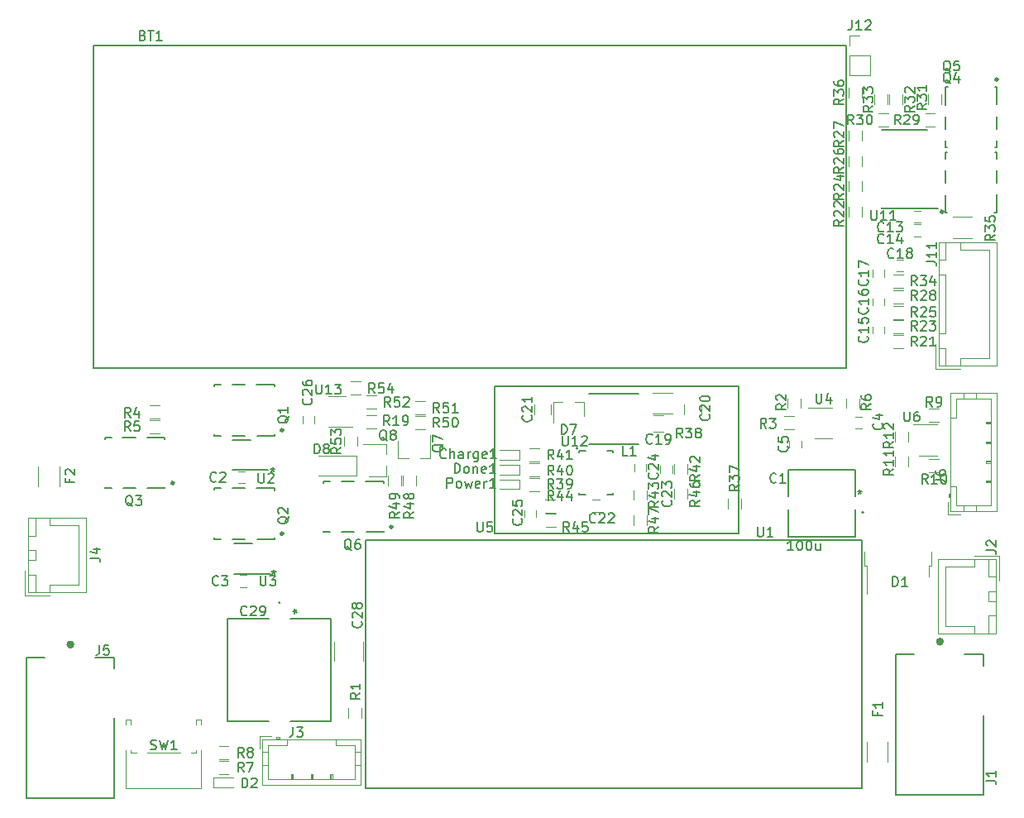
<source format=gto>
G04 #@! TF.GenerationSoftware,KiCad,Pcbnew,(5.1.8)-1*
G04 #@! TF.CreationDate,2020-12-30T11:10:38+09:00*
G04 #@! TF.ProjectId,JetsonXavierNX_UPS,4a657473-6f6e-4586-9176-6965724e585f,rev?*
G04 #@! TF.SameCoordinates,Original*
G04 #@! TF.FileFunction,Legend,Top*
G04 #@! TF.FilePolarity,Positive*
%FSLAX46Y46*%
G04 Gerber Fmt 4.6, Leading zero omitted, Abs format (unit mm)*
G04 Created by KiCad (PCBNEW (5.1.8)-1) date 2020-12-30 11:10:38*
%MOMM*%
%LPD*%
G01*
G04 APERTURE LIST*
%ADD10C,0.120000*%
%ADD11C,0.150000*%
%ADD12C,0.152400*%
%ADD13C,0.127000*%
%ADD14C,0.300000*%
%ADD15C,0.400000*%
%ADD16C,0.200000*%
G04 APERTURE END LIST*
D10*
X124000000Y-126380000D02*
X123000000Y-126380000D01*
X123000000Y-125020000D02*
X124000000Y-125020000D01*
X124000000Y-124880000D02*
X123000000Y-124880000D01*
X123000000Y-123520000D02*
X124000000Y-123520000D01*
X191120000Y-126860000D02*
X192880000Y-126860000D01*
X192880000Y-123790000D02*
X190450000Y-123790000D01*
X204700000Y-134650000D02*
X205950000Y-134650000D01*
X204700000Y-133400000D02*
X204700000Y-134650000D01*
X209100000Y-125300000D02*
X208600000Y-125300000D01*
X208600000Y-125200000D02*
X209100000Y-125200000D01*
X208600000Y-125400000D02*
X208600000Y-125200000D01*
X209100000Y-125400000D02*
X208600000Y-125400000D01*
X209100000Y-127300000D02*
X208600000Y-127300000D01*
X208600000Y-127200000D02*
X209100000Y-127200000D01*
X208600000Y-127400000D02*
X208600000Y-127200000D01*
X209100000Y-127400000D02*
X208600000Y-127400000D01*
X209100000Y-129300000D02*
X208600000Y-129300000D01*
X208600000Y-129200000D02*
X209100000Y-129200000D01*
X208600000Y-129400000D02*
X208600000Y-129200000D01*
X209100000Y-129400000D02*
X208600000Y-129400000D01*
X209100000Y-131300000D02*
X208600000Y-131300000D01*
X208600000Y-131200000D02*
X209100000Y-131200000D01*
X208600000Y-131400000D02*
X208600000Y-131200000D01*
X209100000Y-131400000D02*
X208600000Y-131400000D01*
X204900000Y-132600000D02*
X204900000Y-132900000D01*
X204800000Y-132900000D02*
X205000000Y-132900000D01*
X204800000Y-132600000D02*
X204800000Y-132900000D01*
X205000000Y-132600000D02*
X204800000Y-132600000D01*
X207600000Y-122250000D02*
X207600000Y-122850000D01*
X206300000Y-122250000D02*
X206300000Y-122850000D01*
X207600000Y-134350000D02*
X207600000Y-133750000D01*
X206300000Y-134350000D02*
X206300000Y-133750000D01*
X205600000Y-124800000D02*
X205000000Y-124800000D01*
X205600000Y-122850000D02*
X205600000Y-124800000D01*
X209100000Y-122850000D02*
X205600000Y-122850000D01*
X209100000Y-133750000D02*
X209100000Y-122850000D01*
X205600000Y-133750000D02*
X209100000Y-133750000D01*
X205600000Y-131800000D02*
X205600000Y-133750000D01*
X205000000Y-131800000D02*
X205600000Y-131800000D01*
X205000000Y-122250000D02*
X205000000Y-134350000D01*
X209700000Y-122250000D02*
X205000000Y-122250000D01*
X209700000Y-134350000D02*
X209700000Y-122250000D01*
X205000000Y-134350000D02*
X209700000Y-134350000D01*
D11*
X195900000Y-162700000D02*
X145100000Y-162700000D01*
X145100000Y-137300000D02*
X195900000Y-137300000D01*
X145100000Y-162700000D02*
X145100000Y-137300000D01*
X195900000Y-162700000D02*
X195900000Y-137300000D01*
D12*
X136376200Y-143737301D02*
G75*
G03*
X136376200Y-143737301I-76200J0D01*
G01*
X137378840Y-155883200D02*
X141583200Y-155883200D01*
X135221160Y-145316800D02*
X131016800Y-145316800D01*
X141583200Y-145316800D02*
X137378840Y-145316800D01*
X141583200Y-155883200D02*
X141583200Y-145316800D01*
X131016800Y-155883200D02*
X135221160Y-155883200D01*
X131016800Y-145316800D02*
X131016800Y-155883200D01*
D13*
X209700000Y-90925000D02*
X209550000Y-90925000D01*
D14*
X209800000Y-90150000D02*
G75*
G03*
X209800000Y-90150000I-100000J0D01*
G01*
D13*
X204500000Y-90925000D02*
X204500000Y-92750000D01*
X204700000Y-90925000D02*
X204500000Y-90925000D01*
X204500000Y-95250000D02*
X204500000Y-93950000D01*
X204500000Y-97075000D02*
X204500000Y-96400000D01*
X204650000Y-97075000D02*
X204500000Y-97075000D01*
X209700000Y-97075000D02*
X209550000Y-97075000D01*
X209700000Y-96400000D02*
X209700000Y-97075000D01*
X209700000Y-93950000D02*
X209700000Y-95200000D01*
X209700000Y-90925000D02*
X209700000Y-92700000D01*
X204500000Y-103775000D02*
X204500000Y-102000000D01*
X204500000Y-100750000D02*
X204500000Y-99500000D01*
X204500000Y-98300000D02*
X204500000Y-97625000D01*
X204500000Y-97625000D02*
X204650000Y-97625000D01*
X209550000Y-97625000D02*
X209700000Y-97625000D01*
X209700000Y-97625000D02*
X209700000Y-98300000D01*
X209700000Y-99450000D02*
X209700000Y-100750000D01*
X209500000Y-103775000D02*
X209700000Y-103775000D01*
X209700000Y-103775000D02*
X209700000Y-101950000D01*
D14*
X204200000Y-103700000D02*
G75*
G03*
X204200000Y-103700000I-100000J0D01*
G01*
D13*
X204500000Y-103775000D02*
X204650000Y-103775000D01*
D11*
X117300000Y-86700000D02*
X117300000Y-119700000D01*
X117300000Y-119700000D02*
X194300000Y-119700000D01*
X194300000Y-119700000D02*
X194300000Y-86700000D01*
X194300000Y-86700000D02*
X117300000Y-86700000D01*
D12*
X196076200Y-134500000D02*
G75*
G03*
X196076200Y-134500000I-76200J0D01*
G01*
X188371000Y-134213740D02*
X188371000Y-136929000D01*
X195229000Y-132786260D02*
X195229000Y-130071000D01*
X195229000Y-136929000D02*
X195229000Y-134213740D01*
X188371000Y-136929000D02*
X195229000Y-136929000D01*
X188371000Y-130071000D02*
X188371000Y-132786260D01*
X195229000Y-130071000D02*
X188371000Y-130071000D01*
D10*
X164050000Y-124400000D02*
X164050000Y-123400000D01*
X162350000Y-123400000D02*
X162350000Y-124400000D01*
X177750000Y-123400000D02*
X177750000Y-124400000D01*
X179450000Y-124400000D02*
X179450000Y-123400000D01*
X174600000Y-126250000D02*
X175600000Y-126250000D01*
X175600000Y-124550000D02*
X174600000Y-124550000D01*
D13*
X124575000Y-132000000D02*
X122800000Y-132000000D01*
X121550000Y-132000000D02*
X120300000Y-132000000D01*
X119100000Y-132000000D02*
X118425000Y-132000000D01*
X118425000Y-132000000D02*
X118425000Y-131850000D01*
X118425000Y-126950000D02*
X118425000Y-126800000D01*
X118425000Y-126800000D02*
X119100000Y-126800000D01*
X120250000Y-126800000D02*
X121550000Y-126800000D01*
X124575000Y-127000000D02*
X124575000Y-126800000D01*
X124575000Y-126800000D02*
X122750000Y-126800000D01*
D14*
X125450000Y-131450000D02*
G75*
G03*
X125450000Y-131450000I-100000J0D01*
G01*
D13*
X124575000Y-132000000D02*
X124575000Y-131850000D01*
D10*
X132750000Y-131500000D02*
X132050000Y-131500000D01*
X132050000Y-130300000D02*
X132750000Y-130300000D01*
X132250000Y-140900000D02*
X132950000Y-140900000D01*
X132950000Y-142100000D02*
X132250000Y-142100000D01*
X195250000Y-124700000D02*
X195950000Y-124700000D01*
X195950000Y-125900000D02*
X195250000Y-125900000D01*
X189700000Y-127150000D02*
X189700000Y-127850000D01*
X188500000Y-127850000D02*
X188500000Y-127150000D01*
X201250000Y-103600000D02*
X201950000Y-103600000D01*
X201950000Y-104800000D02*
X201250000Y-104800000D01*
X201250000Y-105000000D02*
X201950000Y-105000000D01*
X201950000Y-106200000D02*
X201250000Y-106200000D01*
X198200000Y-115450000D02*
X198200000Y-116150000D01*
X197000000Y-116150000D02*
X197000000Y-115450000D01*
X197000000Y-113250000D02*
X197000000Y-112550000D01*
X198200000Y-112550000D02*
X198200000Y-113250000D01*
X198200000Y-109650000D02*
X198200000Y-110350000D01*
X197000000Y-110350000D02*
X197000000Y-109650000D01*
X199450000Y-108600000D02*
X200150000Y-108600000D01*
X200150000Y-109800000D02*
X199450000Y-109800000D01*
X169050000Y-134400000D02*
X168350000Y-134400000D01*
X168350000Y-133200000D02*
X169050000Y-133200000D01*
X176500000Y-129715001D02*
X176500000Y-130415001D01*
X175300000Y-130415001D02*
X175300000Y-129715001D01*
X173800000Y-129550000D02*
X173800000Y-130250000D01*
X172600000Y-130250000D02*
X172600000Y-129550000D01*
X161400000Y-134950000D02*
X161400000Y-134250000D01*
X162600000Y-134250000D02*
X162600000Y-134950000D01*
X139900000Y-124650000D02*
X139900000Y-125350000D01*
X138700000Y-125350000D02*
X138700000Y-124650000D01*
X144880000Y-149700000D02*
X144880000Y-147700000D01*
X141920000Y-147700000D02*
X141920000Y-149700000D01*
X160900000Y-129100000D02*
X158800000Y-129100000D01*
X160900000Y-128100000D02*
X158800000Y-128100000D01*
X160900000Y-129100000D02*
X160900000Y-128100000D01*
X129500000Y-161600000D02*
X129500000Y-162600000D01*
X129500000Y-162600000D02*
X131600000Y-162600000D01*
X129500000Y-161600000D02*
X131600000Y-161600000D01*
X167480000Y-123140000D02*
X166550000Y-123140000D01*
X164320000Y-123140000D02*
X165250000Y-123140000D01*
X164320000Y-123140000D02*
X164320000Y-125300000D01*
X167480000Y-123140000D02*
X167480000Y-124600000D01*
X144150000Y-130700000D02*
X140250000Y-130700000D01*
X144150000Y-128700000D02*
X140250000Y-128700000D01*
X144150000Y-130700000D02*
X144150000Y-128700000D01*
X160900000Y-130600000D02*
X160900000Y-129600000D01*
X160900000Y-129600000D02*
X158800000Y-129600000D01*
X160900000Y-130600000D02*
X158800000Y-130600000D01*
X198570000Y-158000000D02*
X198570000Y-160000000D01*
X196430000Y-160000000D02*
X196430000Y-158000000D01*
X113770000Y-129800000D02*
X113770000Y-131800000D01*
X111630000Y-131800000D02*
X111630000Y-129800000D01*
D15*
X204100000Y-147700000D02*
G75*
G03*
X204100000Y-147700000I-200000J0D01*
G01*
D13*
X206450000Y-149000000D02*
X208400000Y-149000000D01*
X208400000Y-155250000D02*
X208400000Y-163400000D01*
X199400000Y-149000000D02*
X201250000Y-149000000D01*
X208400000Y-149000000D02*
X208400000Y-150150000D01*
X199400000Y-163400000D02*
X199400000Y-149000000D01*
X208400000Y-163400000D02*
X199400000Y-163400000D01*
D10*
X209650000Y-139250000D02*
X203700000Y-139250000D01*
X203700000Y-139250000D02*
X203700000Y-146850000D01*
X203700000Y-146850000D02*
X209650000Y-146850000D01*
X209650000Y-146850000D02*
X209650000Y-139250000D01*
X209650000Y-142550000D02*
X208900000Y-142550000D01*
X208900000Y-142550000D02*
X208900000Y-143550000D01*
X208900000Y-143550000D02*
X209650000Y-143550000D01*
X209650000Y-143550000D02*
X209650000Y-142550000D01*
X209650000Y-139250000D02*
X208900000Y-139250000D01*
X208900000Y-139250000D02*
X208900000Y-141050000D01*
X208900000Y-141050000D02*
X209650000Y-141050000D01*
X209650000Y-141050000D02*
X209650000Y-139250000D01*
X209650000Y-145050000D02*
X208900000Y-145050000D01*
X208900000Y-145050000D02*
X208900000Y-146850000D01*
X208900000Y-146850000D02*
X209650000Y-146850000D01*
X209650000Y-146850000D02*
X209650000Y-145050000D01*
X207400000Y-139250000D02*
X207400000Y-140000000D01*
X207400000Y-140000000D02*
X204450000Y-140000000D01*
X204450000Y-140000000D02*
X204450000Y-143050000D01*
X207400000Y-146850000D02*
X207400000Y-146100000D01*
X207400000Y-146100000D02*
X204450000Y-146100000D01*
X204450000Y-146100000D02*
X204450000Y-143050000D01*
X209950000Y-141450000D02*
X209950000Y-138950000D01*
X209950000Y-138950000D02*
X207450000Y-138950000D01*
X134250000Y-157400000D02*
X134250000Y-158650000D01*
X135500000Y-157400000D02*
X134250000Y-157400000D01*
X141600000Y-161800000D02*
X141600000Y-161300000D01*
X141700000Y-161300000D02*
X141700000Y-161800000D01*
X141500000Y-161300000D02*
X141700000Y-161300000D01*
X141500000Y-161800000D02*
X141500000Y-161300000D01*
X139600000Y-161800000D02*
X139600000Y-161300000D01*
X139700000Y-161300000D02*
X139700000Y-161800000D01*
X139500000Y-161300000D02*
X139700000Y-161300000D01*
X139500000Y-161800000D02*
X139500000Y-161300000D01*
X137600000Y-161800000D02*
X137600000Y-161300000D01*
X137700000Y-161300000D02*
X137700000Y-161800000D01*
X137500000Y-161300000D02*
X137700000Y-161300000D01*
X137500000Y-161800000D02*
X137500000Y-161300000D01*
X136300000Y-157600000D02*
X136000000Y-157600000D01*
X136000000Y-157500000D02*
X136000000Y-157700000D01*
X136300000Y-157500000D02*
X136000000Y-157500000D01*
X136300000Y-157700000D02*
X136300000Y-157500000D01*
X144650000Y-160300000D02*
X144050000Y-160300000D01*
X144650000Y-159000000D02*
X144050000Y-159000000D01*
X134550000Y-160300000D02*
X135150000Y-160300000D01*
X134550000Y-159000000D02*
X135150000Y-159000000D01*
X142100000Y-158300000D02*
X142100000Y-157700000D01*
X144050000Y-158300000D02*
X142100000Y-158300000D01*
X144050000Y-161800000D02*
X144050000Y-158300000D01*
X135150000Y-161800000D02*
X144050000Y-161800000D01*
X135150000Y-158300000D02*
X135150000Y-161800000D01*
X137100000Y-158300000D02*
X135150000Y-158300000D01*
X137100000Y-157700000D02*
X137100000Y-158300000D01*
X144650000Y-157700000D02*
X134550000Y-157700000D01*
X144650000Y-162400000D02*
X144650000Y-157700000D01*
X134550000Y-162400000D02*
X144650000Y-162400000D01*
X134550000Y-157700000D02*
X134550000Y-162400000D01*
X110250000Y-142950000D02*
X112750000Y-142950000D01*
X110250000Y-140450000D02*
X110250000Y-142950000D01*
X115750000Y-135800000D02*
X115750000Y-138850000D01*
X112800000Y-135800000D02*
X115750000Y-135800000D01*
X112800000Y-135050000D02*
X112800000Y-135800000D01*
X115750000Y-141900000D02*
X115750000Y-138850000D01*
X112800000Y-141900000D02*
X115750000Y-141900000D01*
X112800000Y-142650000D02*
X112800000Y-141900000D01*
X110550000Y-135050000D02*
X110550000Y-136850000D01*
X111300000Y-135050000D02*
X110550000Y-135050000D01*
X111300000Y-136850000D02*
X111300000Y-135050000D01*
X110550000Y-136850000D02*
X111300000Y-136850000D01*
X110550000Y-140850000D02*
X110550000Y-142650000D01*
X111300000Y-140850000D02*
X110550000Y-140850000D01*
X111300000Y-142650000D02*
X111300000Y-140850000D01*
X110550000Y-142650000D02*
X111300000Y-142650000D01*
X110550000Y-138350000D02*
X110550000Y-139350000D01*
X111300000Y-138350000D02*
X110550000Y-138350000D01*
X111300000Y-139350000D02*
X111300000Y-138350000D01*
X110550000Y-139350000D02*
X111300000Y-139350000D01*
X110550000Y-135050000D02*
X110550000Y-142650000D01*
X116500000Y-135050000D02*
X110550000Y-135050000D01*
X116500000Y-142650000D02*
X116500000Y-135050000D01*
X110550000Y-142650000D02*
X116500000Y-142650000D01*
D13*
X119400000Y-163700000D02*
X110400000Y-163700000D01*
X110400000Y-163700000D02*
X110400000Y-149300000D01*
X119400000Y-149300000D02*
X119400000Y-150450000D01*
X110400000Y-149300000D02*
X112250000Y-149300000D01*
X119400000Y-155550000D02*
X119400000Y-163700000D01*
X117450000Y-149300000D02*
X119400000Y-149300000D01*
D15*
X115100000Y-148000000D02*
G75*
G03*
X115100000Y-148000000I-200000J0D01*
G01*
D10*
X203450000Y-119750000D02*
X205950000Y-119750000D01*
X203450000Y-117250000D02*
X203450000Y-119750000D01*
X208950000Y-107600000D02*
X208950000Y-113150000D01*
X206000000Y-107600000D02*
X208950000Y-107600000D01*
X206000000Y-106850000D02*
X206000000Y-107600000D01*
X208950000Y-118700000D02*
X208950000Y-113150000D01*
X206000000Y-118700000D02*
X208950000Y-118700000D01*
X206000000Y-119450000D02*
X206000000Y-118700000D01*
X203750000Y-106850000D02*
X203750000Y-108650000D01*
X204500000Y-106850000D02*
X203750000Y-106850000D01*
X204500000Y-108650000D02*
X204500000Y-106850000D01*
X203750000Y-108650000D02*
X204500000Y-108650000D01*
X203750000Y-117650000D02*
X203750000Y-119450000D01*
X204500000Y-117650000D02*
X203750000Y-117650000D01*
X204500000Y-119450000D02*
X204500000Y-117650000D01*
X203750000Y-119450000D02*
X204500000Y-119450000D01*
X203750000Y-110150000D02*
X203750000Y-116150000D01*
X204500000Y-110150000D02*
X203750000Y-110150000D01*
X204500000Y-116150000D02*
X204500000Y-110150000D01*
X203750000Y-116150000D02*
X204500000Y-116150000D01*
X203750000Y-106850000D02*
X203750000Y-119450000D01*
X209700000Y-106850000D02*
X203750000Y-106850000D01*
X209700000Y-119450000D02*
X209700000Y-106850000D01*
X203750000Y-119450000D02*
X209700000Y-119450000D01*
X194640000Y-85640000D02*
X195700000Y-85640000D01*
X194640000Y-86700000D02*
X194640000Y-85640000D01*
X194640000Y-87700000D02*
X196760000Y-87700000D01*
X196760000Y-87700000D02*
X196760000Y-89760000D01*
X194640000Y-87700000D02*
X194640000Y-89760000D01*
X194640000Y-89760000D02*
X196760000Y-89760000D01*
D11*
X167950000Y-122350000D02*
X173050000Y-122350000D01*
X167950000Y-127450000D02*
X173050000Y-127450000D01*
D10*
X160900000Y-132100000D02*
X158800000Y-132100000D01*
X160900000Y-131100000D02*
X158800000Y-131100000D01*
X160900000Y-132100000D02*
X160900000Y-131100000D01*
D13*
X135775000Y-126600000D02*
X135775000Y-126450000D01*
D14*
X136650000Y-126050000D02*
G75*
G03*
X136650000Y-126050000I-100000J0D01*
G01*
D13*
X135775000Y-121400000D02*
X133950000Y-121400000D01*
X135775000Y-121600000D02*
X135775000Y-121400000D01*
X131450000Y-121400000D02*
X132750000Y-121400000D01*
X129625000Y-121400000D02*
X130300000Y-121400000D01*
X129625000Y-121550000D02*
X129625000Y-121400000D01*
X129625000Y-126600000D02*
X129625000Y-126450000D01*
X130300000Y-126600000D02*
X129625000Y-126600000D01*
X132750000Y-126600000D02*
X131500000Y-126600000D01*
X135775000Y-126600000D02*
X134000000Y-126600000D01*
X135775000Y-137200000D02*
X135775000Y-137050000D01*
D14*
X136650000Y-136650000D02*
G75*
G03*
X136650000Y-136650000I-100000J0D01*
G01*
D13*
X135775000Y-132000000D02*
X133950000Y-132000000D01*
X135775000Y-132200000D02*
X135775000Y-132000000D01*
X131450000Y-132000000D02*
X132750000Y-132000000D01*
X129625000Y-132000000D02*
X130300000Y-132000000D01*
X129625000Y-132150000D02*
X129625000Y-132000000D01*
X129625000Y-137200000D02*
X129625000Y-137050000D01*
X130300000Y-137200000D02*
X129625000Y-137200000D01*
X132750000Y-137200000D02*
X131500000Y-137200000D01*
X135775000Y-137200000D02*
X134000000Y-137200000D01*
X146975000Y-136500000D02*
X146975000Y-136350000D01*
D14*
X147850000Y-135950000D02*
G75*
G03*
X147850000Y-135950000I-100000J0D01*
G01*
D13*
X146975000Y-131300000D02*
X145150000Y-131300000D01*
X146975000Y-131500000D02*
X146975000Y-131300000D01*
X142650000Y-131300000D02*
X143950000Y-131300000D01*
X140825000Y-131300000D02*
X141500000Y-131300000D01*
X140825000Y-131450000D02*
X140825000Y-131300000D01*
X140825000Y-136500000D02*
X140825000Y-136350000D01*
X141500000Y-136500000D02*
X140825000Y-136500000D01*
X143950000Y-136500000D02*
X142700000Y-136500000D01*
X146975000Y-136500000D02*
X145200000Y-136500000D01*
D10*
X151750000Y-126550000D02*
X151750000Y-128950000D01*
X151750000Y-128950000D02*
X150700000Y-128950000D01*
X148450000Y-127150000D02*
X148450000Y-128950000D01*
X148450000Y-128950000D02*
X149500000Y-128950000D01*
X147250000Y-130750000D02*
X147250000Y-129700000D01*
X145450000Y-130750000D02*
X147250000Y-130750000D01*
X147250000Y-127450000D02*
X147250000Y-128500000D01*
X144850000Y-127450000D02*
X147250000Y-127450000D01*
X143320000Y-155500000D02*
X143320000Y-154500000D01*
X144680000Y-154500000D02*
X144680000Y-155500000D01*
X189680000Y-122800000D02*
X189680000Y-123800000D01*
X188320000Y-123800000D02*
X188320000Y-122800000D01*
X188000000Y-124620000D02*
X189000000Y-124620000D01*
X189000000Y-125980000D02*
X188000000Y-125980000D01*
X195680000Y-122800000D02*
X195680000Y-123800000D01*
X194320000Y-123800000D02*
X194320000Y-122800000D01*
X131100000Y-161280000D02*
X130100000Y-161280000D01*
X130100000Y-159920000D02*
X131100000Y-159920000D01*
X131100000Y-159780000D02*
X130100000Y-159780000D01*
X130100000Y-158420000D02*
X131100000Y-158420000D01*
X203800000Y-125180000D02*
X202800000Y-125180000D01*
X202800000Y-123820000D02*
X203800000Y-123820000D01*
X203800000Y-130380000D02*
X202800000Y-130380000D01*
X202800000Y-129020000D02*
X203800000Y-129020000D01*
X199320000Y-129800000D02*
X199320000Y-128800000D01*
X200680000Y-128800000D02*
X200680000Y-129800000D01*
X199320000Y-127200000D02*
X199320000Y-126200000D01*
X200680000Y-126200000D02*
X200680000Y-127200000D01*
X145200000Y-124520000D02*
X146200000Y-124520000D01*
X146200000Y-125880000D02*
X145200000Y-125880000D01*
X200150000Y-117680000D02*
X199150000Y-117680000D01*
X199150000Y-116320000D02*
X200150000Y-116320000D01*
X195880000Y-103200000D02*
X195880000Y-104200000D01*
X194520000Y-104200000D02*
X194520000Y-103200000D01*
X199150000Y-114820000D02*
X200150000Y-114820000D01*
X200150000Y-116180000D02*
X199150000Y-116180000D01*
X195880000Y-100600000D02*
X195880000Y-101600000D01*
X194520000Y-101600000D02*
X194520000Y-100600000D01*
X200150000Y-114680000D02*
X199150000Y-114680000D01*
X199150000Y-113320000D02*
X200150000Y-113320000D01*
X195880000Y-98000000D02*
X195880000Y-99000000D01*
X194520000Y-99000000D02*
X194520000Y-98000000D01*
X195880000Y-95400000D02*
X195880000Y-96400000D01*
X194520000Y-96400000D02*
X194520000Y-95400000D01*
X199150000Y-111720000D02*
X200150000Y-111720000D01*
X200150000Y-113080000D02*
X199150000Y-113080000D01*
X202400000Y-93620000D02*
X203400000Y-93620000D01*
X203400000Y-94980000D02*
X202400000Y-94980000D01*
X197600000Y-93620000D02*
X198600000Y-93620000D01*
X198600000Y-94980000D02*
X197600000Y-94980000D01*
X204080000Y-91700000D02*
X204080000Y-92700000D01*
X202720000Y-92700000D02*
X202720000Y-91700000D01*
X200080000Y-91700000D02*
X200080000Y-92700000D01*
X198720000Y-92700000D02*
X198720000Y-91700000D01*
X197220000Y-92700000D02*
X197220000Y-91700000D01*
X198580000Y-91700000D02*
X198580000Y-92700000D01*
X200150000Y-111480000D02*
X199150000Y-111480000D01*
X199150000Y-110120000D02*
X200150000Y-110120000D01*
X207200000Y-106370000D02*
X205200000Y-106370000D01*
X205200000Y-104230000D02*
X207200000Y-104230000D01*
X195880000Y-91000000D02*
X195880000Y-92000000D01*
X194520000Y-92000000D02*
X194520000Y-91000000D01*
X182220000Y-134100000D02*
X182220000Y-133100000D01*
X183580000Y-133100000D02*
X183580000Y-134100000D01*
X174500000Y-122230000D02*
X176500000Y-122230000D01*
X176500000Y-124370000D02*
X174500000Y-124370000D01*
X161900000Y-130920000D02*
X162900000Y-130920000D01*
X162900000Y-132280000D02*
X161900000Y-132280000D01*
X161900000Y-129420000D02*
X162900000Y-129420000D01*
X162900000Y-130780000D02*
X161900000Y-130780000D01*
X162900000Y-129280000D02*
X161900000Y-129280000D01*
X161900000Y-127920000D02*
X162900000Y-127920000D01*
X176720000Y-130500000D02*
X176720000Y-129500000D01*
X178080000Y-129500000D02*
X178080000Y-130500000D01*
X173880000Y-132200000D02*
X173880000Y-133200000D01*
X172520000Y-133200000D02*
X172520000Y-132200000D01*
X164500000Y-134480000D02*
X163500000Y-134480000D01*
X163500000Y-133120000D02*
X164500000Y-133120000D01*
X164600000Y-135980000D02*
X163600000Y-135980000D01*
X163600000Y-134620000D02*
X164600000Y-134620000D01*
X178080000Y-132100000D02*
X178080000Y-133100000D01*
X176720000Y-133100000D02*
X176720000Y-132100000D01*
X172520000Y-135800000D02*
X172520000Y-134800000D01*
X173880000Y-134800000D02*
X173880000Y-135800000D01*
X150280000Y-130700000D02*
X150280000Y-131700000D01*
X148920000Y-131700000D02*
X148920000Y-130700000D01*
X147420000Y-131700000D02*
X147420000Y-130700000D01*
X148780000Y-130700000D02*
X148780000Y-131700000D01*
X150200000Y-124620000D02*
X151200000Y-124620000D01*
X151200000Y-125980000D02*
X150200000Y-125980000D01*
X150200000Y-123120000D02*
X151200000Y-123120000D01*
X151200000Y-124480000D02*
X150200000Y-124480000D01*
X146200000Y-123880000D02*
X145200000Y-123880000D01*
X145200000Y-122520000D02*
X146200000Y-122520000D01*
X142920000Y-127700000D02*
X142920000Y-126700000D01*
X144280000Y-126700000D02*
X144280000Y-127700000D01*
X144600000Y-122380000D02*
X143600000Y-122380000D01*
X143600000Y-121020000D02*
X144600000Y-121020000D01*
X127790000Y-159030000D02*
X127790000Y-158800000D01*
X128310000Y-162700000D02*
X120590000Y-162700000D01*
X120590000Y-162700000D02*
X120590000Y-158800000D01*
X128310000Y-155690000D02*
X127790000Y-155690000D01*
X128310000Y-162700000D02*
X128310000Y-158800000D01*
X121110000Y-159030000D02*
X121110000Y-158800000D01*
X127790000Y-156200000D02*
X127790000Y-155690000D01*
X128310000Y-156200000D02*
X128310000Y-155690000D01*
X121650000Y-159030000D02*
X121110000Y-159030000D01*
X121110000Y-156200000D02*
X121110000Y-155690000D01*
X121110000Y-155690000D02*
X120590000Y-155690000D01*
X120590000Y-156200000D02*
X120590000Y-155690000D01*
X127790000Y-159030000D02*
X127250000Y-159030000D01*
X126150000Y-159030000D02*
X122750000Y-159030000D01*
D12*
X135150000Y-130149999D02*
X131449999Y-130150002D01*
X133349998Y-127050003D02*
X131449999Y-127050003D01*
X133549998Y-137650003D02*
X131649999Y-137650003D01*
X135350000Y-140749999D02*
X131649999Y-140750002D01*
D10*
X201800000Y-128710000D02*
X203600000Y-128710000D01*
X203600000Y-125490000D02*
X201150000Y-125490000D01*
D11*
X197975000Y-103325000D02*
X197975000Y-103300000D01*
X197975000Y-95275000D02*
X197975000Y-95300000D01*
X202625000Y-95275000D02*
X202625000Y-95300000D01*
X203700000Y-103375000D02*
X197975000Y-103375000D01*
X202625000Y-95275000D02*
X197975000Y-95275000D01*
D16*
X166850000Y-127900000D02*
G75*
G03*
X166850000Y-127900000I-100000J0D01*
G01*
D13*
X170450000Y-132650000D02*
X170450000Y-132500000D01*
X169800000Y-132650000D02*
X170450000Y-132650000D01*
X166950000Y-132650000D02*
X167600000Y-132650000D01*
X166950000Y-132500000D02*
X166950000Y-132650000D01*
X170450000Y-128150000D02*
X170450000Y-128300000D01*
X169800000Y-128150000D02*
X170450000Y-128150000D01*
X166950000Y-128150000D02*
X167600000Y-128150000D01*
X166950000Y-128300000D02*
X166950000Y-128150000D01*
D10*
X141334999Y-125674999D02*
X143764999Y-125674999D01*
X143094999Y-122604999D02*
X141334999Y-122604999D01*
X196150000Y-139970000D02*
X196420000Y-139970000D01*
X203050000Y-139970000D02*
X202780000Y-139970000D01*
X202780000Y-139970000D02*
X202780000Y-141070000D01*
X203050000Y-138470000D02*
X203050000Y-139970000D01*
X196420000Y-139970000D02*
X196420000Y-142800000D01*
X196150000Y-138470000D02*
X196150000Y-139970000D01*
D11*
X183300000Y-121600000D02*
X158300000Y-121600000D01*
X183300000Y-136600000D02*
X183300000Y-121600000D01*
X158300000Y-136600000D02*
X183300000Y-136600000D01*
X158300000Y-121600000D02*
X158300000Y-136600000D01*
X121033333Y-126152380D02*
X120700000Y-125676190D01*
X120461904Y-126152380D02*
X120461904Y-125152380D01*
X120842857Y-125152380D01*
X120938095Y-125200000D01*
X120985714Y-125247619D01*
X121033333Y-125342857D01*
X121033333Y-125485714D01*
X120985714Y-125580952D01*
X120938095Y-125628571D01*
X120842857Y-125676190D01*
X120461904Y-125676190D01*
X121938095Y-125152380D02*
X121461904Y-125152380D01*
X121414285Y-125628571D01*
X121461904Y-125580952D01*
X121557142Y-125533333D01*
X121795238Y-125533333D01*
X121890476Y-125580952D01*
X121938095Y-125628571D01*
X121985714Y-125723809D01*
X121985714Y-125961904D01*
X121938095Y-126057142D01*
X121890476Y-126104761D01*
X121795238Y-126152380D01*
X121557142Y-126152380D01*
X121461904Y-126104761D01*
X121414285Y-126057142D01*
X121033333Y-124752380D02*
X120700000Y-124276190D01*
X120461904Y-124752380D02*
X120461904Y-123752380D01*
X120842857Y-123752380D01*
X120938095Y-123800000D01*
X120985714Y-123847619D01*
X121033333Y-123942857D01*
X121033333Y-124085714D01*
X120985714Y-124180952D01*
X120938095Y-124228571D01*
X120842857Y-124276190D01*
X120461904Y-124276190D01*
X121890476Y-124085714D02*
X121890476Y-124752380D01*
X121652380Y-123704761D02*
X121414285Y-124419047D01*
X122033333Y-124419047D01*
X191238095Y-122302380D02*
X191238095Y-123111904D01*
X191285714Y-123207142D01*
X191333333Y-123254761D01*
X191428571Y-123302380D01*
X191619047Y-123302380D01*
X191714285Y-123254761D01*
X191761904Y-123207142D01*
X191809523Y-123111904D01*
X191809523Y-122302380D01*
X192714285Y-122635714D02*
X192714285Y-123302380D01*
X192476190Y-122254761D02*
X192238095Y-122969047D01*
X192857142Y-122969047D01*
X203452380Y-131133333D02*
X204166666Y-131133333D01*
X204309523Y-131180952D01*
X204404761Y-131276190D01*
X204452380Y-131419047D01*
X204452380Y-131514285D01*
X203452380Y-130228571D02*
X203452380Y-130419047D01*
X203500000Y-130514285D01*
X203547619Y-130561904D01*
X203690476Y-130657142D01*
X203880952Y-130704761D01*
X204261904Y-130704761D01*
X204357142Y-130657142D01*
X204404761Y-130609523D01*
X204452380Y-130514285D01*
X204452380Y-130323809D01*
X204404761Y-130228571D01*
X204357142Y-130180952D01*
X204261904Y-130133333D01*
X204023809Y-130133333D01*
X203928571Y-130180952D01*
X203880952Y-130228571D01*
X203833333Y-130323809D01*
X203833333Y-130514285D01*
X203880952Y-130609523D01*
X203928571Y-130657142D01*
X204023809Y-130704761D01*
X185238095Y-135952380D02*
X185238095Y-136761904D01*
X185285714Y-136857142D01*
X185333333Y-136904761D01*
X185428571Y-136952380D01*
X185619047Y-136952380D01*
X185714285Y-136904761D01*
X185761904Y-136857142D01*
X185809523Y-136761904D01*
X185809523Y-135952380D01*
X186809523Y-136952380D02*
X186238095Y-136952380D01*
X186523809Y-136952380D02*
X186523809Y-135952380D01*
X186428571Y-136095238D01*
X186333333Y-136190476D01*
X186238095Y-136238095D01*
X132957142Y-144957142D02*
X132909523Y-145004761D01*
X132766666Y-145052380D01*
X132671428Y-145052380D01*
X132528571Y-145004761D01*
X132433333Y-144909523D01*
X132385714Y-144814285D01*
X132338095Y-144623809D01*
X132338095Y-144480952D01*
X132385714Y-144290476D01*
X132433333Y-144195238D01*
X132528571Y-144100000D01*
X132671428Y-144052380D01*
X132766666Y-144052380D01*
X132909523Y-144100000D01*
X132957142Y-144147619D01*
X133338095Y-144147619D02*
X133385714Y-144100000D01*
X133480952Y-144052380D01*
X133719047Y-144052380D01*
X133814285Y-144100000D01*
X133861904Y-144147619D01*
X133909523Y-144242857D01*
X133909523Y-144338095D01*
X133861904Y-144480952D01*
X133290476Y-145052380D01*
X133909523Y-145052380D01*
X134385714Y-145052380D02*
X134576190Y-145052380D01*
X134671428Y-145004761D01*
X134719047Y-144957142D01*
X134814285Y-144814285D01*
X134861904Y-144623809D01*
X134861904Y-144242857D01*
X134814285Y-144147619D01*
X134766666Y-144100000D01*
X134671428Y-144052380D01*
X134480952Y-144052380D01*
X134385714Y-144100000D01*
X134338095Y-144147619D01*
X134290476Y-144242857D01*
X134290476Y-144480952D01*
X134338095Y-144576190D01*
X134385714Y-144623809D01*
X134480952Y-144671428D01*
X134671428Y-144671428D01*
X134766666Y-144623809D01*
X134814285Y-144576190D01*
X134861904Y-144480952D01*
X137652380Y-144600000D02*
X137890476Y-144600000D01*
X137795238Y-144838095D02*
X137890476Y-144600000D01*
X137795238Y-144361904D01*
X138080952Y-144742857D02*
X137890476Y-144600000D01*
X138080952Y-144457142D01*
X205004587Y-89348623D02*
X204909174Y-89300917D01*
X204813761Y-89205504D01*
X204670642Y-89062385D01*
X204575229Y-89014678D01*
X204479816Y-89014678D01*
X204527522Y-89253211D02*
X204432110Y-89205504D01*
X204336697Y-89110091D01*
X204288990Y-88919266D01*
X204288990Y-88585321D01*
X204336697Y-88394495D01*
X204432110Y-88299082D01*
X204527522Y-88251376D01*
X204718348Y-88251376D01*
X204813761Y-88299082D01*
X204909174Y-88394495D01*
X204956880Y-88585321D01*
X204956880Y-88919266D01*
X204909174Y-89110091D01*
X204813761Y-89205504D01*
X204718348Y-89253211D01*
X204527522Y-89253211D01*
X205863302Y-88251376D02*
X205386238Y-88251376D01*
X205338532Y-88728440D01*
X205386238Y-88680733D01*
X205481651Y-88633027D01*
X205720183Y-88633027D01*
X205815596Y-88680733D01*
X205863302Y-88728440D01*
X205911009Y-88823853D01*
X205911009Y-89062385D01*
X205863302Y-89157798D01*
X205815596Y-89205504D01*
X205720183Y-89253211D01*
X205481651Y-89253211D01*
X205386238Y-89205504D01*
X205338532Y-89157798D01*
X205004587Y-90548623D02*
X204909174Y-90500917D01*
X204813761Y-90405504D01*
X204670642Y-90262385D01*
X204575229Y-90214678D01*
X204479816Y-90214678D01*
X204527522Y-90453211D02*
X204432110Y-90405504D01*
X204336697Y-90310091D01*
X204288990Y-90119266D01*
X204288990Y-89785321D01*
X204336697Y-89594495D01*
X204432110Y-89499082D01*
X204527522Y-89451376D01*
X204718348Y-89451376D01*
X204813761Y-89499082D01*
X204909174Y-89594495D01*
X204956880Y-89785321D01*
X204956880Y-90119266D01*
X204909174Y-90310091D01*
X204813761Y-90405504D01*
X204718348Y-90453211D01*
X204527522Y-90453211D01*
X205815596Y-89785321D02*
X205815596Y-90453211D01*
X205577064Y-89403669D02*
X205338532Y-90119266D01*
X205958715Y-90119266D01*
X122314285Y-85628571D02*
X122457142Y-85676190D01*
X122504761Y-85723809D01*
X122552380Y-85819047D01*
X122552380Y-85961904D01*
X122504761Y-86057142D01*
X122457142Y-86104761D01*
X122361904Y-86152380D01*
X121980952Y-86152380D01*
X121980952Y-85152380D01*
X122314285Y-85152380D01*
X122409523Y-85200000D01*
X122457142Y-85247619D01*
X122504761Y-85342857D01*
X122504761Y-85438095D01*
X122457142Y-85533333D01*
X122409523Y-85580952D01*
X122314285Y-85628571D01*
X121980952Y-85628571D01*
X122838095Y-85152380D02*
X123409523Y-85152380D01*
X123123809Y-86152380D02*
X123123809Y-85152380D01*
X124266666Y-86152380D02*
X123695238Y-86152380D01*
X123980952Y-86152380D02*
X123980952Y-85152380D01*
X123885714Y-85295238D01*
X123790476Y-85390476D01*
X123695238Y-85438095D01*
X187133333Y-131357142D02*
X187085714Y-131404761D01*
X186942857Y-131452380D01*
X186847619Y-131452380D01*
X186704761Y-131404761D01*
X186609523Y-131309523D01*
X186561904Y-131214285D01*
X186514285Y-131023809D01*
X186514285Y-130880952D01*
X186561904Y-130690476D01*
X186609523Y-130595238D01*
X186704761Y-130500000D01*
X186847619Y-130452380D01*
X186942857Y-130452380D01*
X187085714Y-130500000D01*
X187133333Y-130547619D01*
X188085714Y-131452380D02*
X187514285Y-131452380D01*
X187800000Y-131452380D02*
X187800000Y-130452380D01*
X187704761Y-130595238D01*
X187609523Y-130690476D01*
X187514285Y-130738095D01*
X188880952Y-138352380D02*
X188309523Y-138352380D01*
X188595238Y-138352380D02*
X188595238Y-137352380D01*
X188500000Y-137495238D01*
X188404761Y-137590476D01*
X188309523Y-137638095D01*
X189500000Y-137352380D02*
X189595238Y-137352380D01*
X189690476Y-137400000D01*
X189738095Y-137447619D01*
X189785714Y-137542857D01*
X189833333Y-137733333D01*
X189833333Y-137971428D01*
X189785714Y-138161904D01*
X189738095Y-138257142D01*
X189690476Y-138304761D01*
X189595238Y-138352380D01*
X189500000Y-138352380D01*
X189404761Y-138304761D01*
X189357142Y-138257142D01*
X189309523Y-138161904D01*
X189261904Y-137971428D01*
X189261904Y-137733333D01*
X189309523Y-137542857D01*
X189357142Y-137447619D01*
X189404761Y-137400000D01*
X189500000Y-137352380D01*
X190452380Y-137352380D02*
X190547619Y-137352380D01*
X190642857Y-137400000D01*
X190690476Y-137447619D01*
X190738095Y-137542857D01*
X190785714Y-137733333D01*
X190785714Y-137971428D01*
X190738095Y-138161904D01*
X190690476Y-138257142D01*
X190642857Y-138304761D01*
X190547619Y-138352380D01*
X190452380Y-138352380D01*
X190357142Y-138304761D01*
X190309523Y-138257142D01*
X190261904Y-138161904D01*
X190214285Y-137971428D01*
X190214285Y-137733333D01*
X190261904Y-137542857D01*
X190309523Y-137447619D01*
X190357142Y-137400000D01*
X190452380Y-137352380D01*
X191642857Y-137685714D02*
X191642857Y-138352380D01*
X191214285Y-137685714D02*
X191214285Y-138209523D01*
X191261904Y-138304761D01*
X191357142Y-138352380D01*
X191500000Y-138352380D01*
X191595238Y-138304761D01*
X191642857Y-138257142D01*
X195700000Y-132152380D02*
X195700000Y-132390476D01*
X195461904Y-132295238D02*
X195700000Y-132390476D01*
X195938095Y-132295238D01*
X195557142Y-132580952D02*
X195700000Y-132390476D01*
X195842857Y-132580952D01*
X162057142Y-124542857D02*
X162104761Y-124590476D01*
X162152380Y-124733333D01*
X162152380Y-124828571D01*
X162104761Y-124971428D01*
X162009523Y-125066666D01*
X161914285Y-125114285D01*
X161723809Y-125161904D01*
X161580952Y-125161904D01*
X161390476Y-125114285D01*
X161295238Y-125066666D01*
X161200000Y-124971428D01*
X161152380Y-124828571D01*
X161152380Y-124733333D01*
X161200000Y-124590476D01*
X161247619Y-124542857D01*
X161247619Y-124161904D02*
X161200000Y-124114285D01*
X161152380Y-124019047D01*
X161152380Y-123780952D01*
X161200000Y-123685714D01*
X161247619Y-123638095D01*
X161342857Y-123590476D01*
X161438095Y-123590476D01*
X161580952Y-123638095D01*
X162152380Y-124209523D01*
X162152380Y-123590476D01*
X162152380Y-122638095D02*
X162152380Y-123209523D01*
X162152380Y-122923809D02*
X161152380Y-122923809D01*
X161295238Y-123019047D01*
X161390476Y-123114285D01*
X161438095Y-123209523D01*
X180257142Y-124442857D02*
X180304761Y-124490476D01*
X180352380Y-124633333D01*
X180352380Y-124728571D01*
X180304761Y-124871428D01*
X180209523Y-124966666D01*
X180114285Y-125014285D01*
X179923809Y-125061904D01*
X179780952Y-125061904D01*
X179590476Y-125014285D01*
X179495238Y-124966666D01*
X179400000Y-124871428D01*
X179352380Y-124728571D01*
X179352380Y-124633333D01*
X179400000Y-124490476D01*
X179447619Y-124442857D01*
X179447619Y-124061904D02*
X179400000Y-124014285D01*
X179352380Y-123919047D01*
X179352380Y-123680952D01*
X179400000Y-123585714D01*
X179447619Y-123538095D01*
X179542857Y-123490476D01*
X179638095Y-123490476D01*
X179780952Y-123538095D01*
X180352380Y-124109523D01*
X180352380Y-123490476D01*
X179352380Y-122871428D02*
X179352380Y-122776190D01*
X179400000Y-122680952D01*
X179447619Y-122633333D01*
X179542857Y-122585714D01*
X179733333Y-122538095D01*
X179971428Y-122538095D01*
X180161904Y-122585714D01*
X180257142Y-122633333D01*
X180304761Y-122680952D01*
X180352380Y-122776190D01*
X180352380Y-122871428D01*
X180304761Y-122966666D01*
X180257142Y-123014285D01*
X180161904Y-123061904D01*
X179971428Y-123109523D01*
X179733333Y-123109523D01*
X179542857Y-123061904D01*
X179447619Y-123014285D01*
X179400000Y-122966666D01*
X179352380Y-122871428D01*
X174457142Y-127357142D02*
X174409523Y-127404761D01*
X174266666Y-127452380D01*
X174171428Y-127452380D01*
X174028571Y-127404761D01*
X173933333Y-127309523D01*
X173885714Y-127214285D01*
X173838095Y-127023809D01*
X173838095Y-126880952D01*
X173885714Y-126690476D01*
X173933333Y-126595238D01*
X174028571Y-126500000D01*
X174171428Y-126452380D01*
X174266666Y-126452380D01*
X174409523Y-126500000D01*
X174457142Y-126547619D01*
X175409523Y-127452380D02*
X174838095Y-127452380D01*
X175123809Y-127452380D02*
X175123809Y-126452380D01*
X175028571Y-126595238D01*
X174933333Y-126690476D01*
X174838095Y-126738095D01*
X175885714Y-127452380D02*
X176076190Y-127452380D01*
X176171428Y-127404761D01*
X176219047Y-127357142D01*
X176314285Y-127214285D01*
X176361904Y-127023809D01*
X176361904Y-126642857D01*
X176314285Y-126547619D01*
X176266666Y-126500000D01*
X176171428Y-126452380D01*
X175980952Y-126452380D01*
X175885714Y-126500000D01*
X175838095Y-126547619D01*
X175790476Y-126642857D01*
X175790476Y-126880952D01*
X175838095Y-126976190D01*
X175885714Y-127023809D01*
X175980952Y-127071428D01*
X176171428Y-127071428D01*
X176266666Y-127023809D01*
X176314285Y-126976190D01*
X176361904Y-126880952D01*
X121279362Y-133840748D02*
X121183949Y-133793042D01*
X121088536Y-133697629D01*
X120945417Y-133554510D01*
X120850004Y-133506803D01*
X120754591Y-133506803D01*
X120802297Y-133745336D02*
X120706885Y-133697629D01*
X120611472Y-133602216D01*
X120563765Y-133411391D01*
X120563765Y-133077446D01*
X120611472Y-132886620D01*
X120706885Y-132791207D01*
X120802297Y-132743501D01*
X120993123Y-132743501D01*
X121088536Y-132791207D01*
X121183949Y-132886620D01*
X121231655Y-133077446D01*
X121231655Y-133411391D01*
X121183949Y-133602216D01*
X121088536Y-133697629D01*
X120993123Y-133745336D01*
X120802297Y-133745336D01*
X121565600Y-132743501D02*
X122185784Y-132743501D01*
X121851839Y-133125152D01*
X121994958Y-133125152D01*
X122090371Y-133172858D01*
X122138077Y-133220565D01*
X122185784Y-133315978D01*
X122185784Y-133554510D01*
X122138077Y-133649923D01*
X122090371Y-133697629D01*
X121994958Y-133745336D01*
X121708720Y-133745336D01*
X121613307Y-133697629D01*
X121565600Y-133649923D01*
X129833333Y-131257142D02*
X129785714Y-131304761D01*
X129642857Y-131352380D01*
X129547619Y-131352380D01*
X129404761Y-131304761D01*
X129309523Y-131209523D01*
X129261904Y-131114285D01*
X129214285Y-130923809D01*
X129214285Y-130780952D01*
X129261904Y-130590476D01*
X129309523Y-130495238D01*
X129404761Y-130400000D01*
X129547619Y-130352380D01*
X129642857Y-130352380D01*
X129785714Y-130400000D01*
X129833333Y-130447619D01*
X130214285Y-130447619D02*
X130261904Y-130400000D01*
X130357142Y-130352380D01*
X130595238Y-130352380D01*
X130690476Y-130400000D01*
X130738095Y-130447619D01*
X130785714Y-130542857D01*
X130785714Y-130638095D01*
X130738095Y-130780952D01*
X130166666Y-131352380D01*
X130785714Y-131352380D01*
X130033333Y-141857142D02*
X129985714Y-141904761D01*
X129842857Y-141952380D01*
X129747619Y-141952380D01*
X129604761Y-141904761D01*
X129509523Y-141809523D01*
X129461904Y-141714285D01*
X129414285Y-141523809D01*
X129414285Y-141380952D01*
X129461904Y-141190476D01*
X129509523Y-141095238D01*
X129604761Y-141000000D01*
X129747619Y-140952380D01*
X129842857Y-140952380D01*
X129985714Y-141000000D01*
X130033333Y-141047619D01*
X130366666Y-140952380D02*
X130985714Y-140952380D01*
X130652380Y-141333333D01*
X130795238Y-141333333D01*
X130890476Y-141380952D01*
X130938095Y-141428571D01*
X130985714Y-141523809D01*
X130985714Y-141761904D01*
X130938095Y-141857142D01*
X130890476Y-141904761D01*
X130795238Y-141952380D01*
X130509523Y-141952380D01*
X130414285Y-141904761D01*
X130366666Y-141857142D01*
X197957142Y-125366666D02*
X198004761Y-125414285D01*
X198052380Y-125557142D01*
X198052380Y-125652380D01*
X198004761Y-125795238D01*
X197909523Y-125890476D01*
X197814285Y-125938095D01*
X197623809Y-125985714D01*
X197480952Y-125985714D01*
X197290476Y-125938095D01*
X197195238Y-125890476D01*
X197100000Y-125795238D01*
X197052380Y-125652380D01*
X197052380Y-125557142D01*
X197100000Y-125414285D01*
X197147619Y-125366666D01*
X197385714Y-124509523D02*
X198052380Y-124509523D01*
X197004761Y-124747619D02*
X197719047Y-124985714D01*
X197719047Y-124366666D01*
X188257142Y-127666666D02*
X188304761Y-127714285D01*
X188352380Y-127857142D01*
X188352380Y-127952380D01*
X188304761Y-128095238D01*
X188209523Y-128190476D01*
X188114285Y-128238095D01*
X187923809Y-128285714D01*
X187780952Y-128285714D01*
X187590476Y-128238095D01*
X187495238Y-128190476D01*
X187400000Y-128095238D01*
X187352380Y-127952380D01*
X187352380Y-127857142D01*
X187400000Y-127714285D01*
X187447619Y-127666666D01*
X187352380Y-126761904D02*
X187352380Y-127238095D01*
X187828571Y-127285714D01*
X187780952Y-127238095D01*
X187733333Y-127142857D01*
X187733333Y-126904761D01*
X187780952Y-126809523D01*
X187828571Y-126761904D01*
X187923809Y-126714285D01*
X188161904Y-126714285D01*
X188257142Y-126761904D01*
X188304761Y-126809523D01*
X188352380Y-126904761D01*
X188352380Y-127142857D01*
X188304761Y-127238095D01*
X188257142Y-127285714D01*
X198157142Y-105657142D02*
X198109523Y-105704761D01*
X197966666Y-105752380D01*
X197871428Y-105752380D01*
X197728571Y-105704761D01*
X197633333Y-105609523D01*
X197585714Y-105514285D01*
X197538095Y-105323809D01*
X197538095Y-105180952D01*
X197585714Y-104990476D01*
X197633333Y-104895238D01*
X197728571Y-104800000D01*
X197871428Y-104752380D01*
X197966666Y-104752380D01*
X198109523Y-104800000D01*
X198157142Y-104847619D01*
X199109523Y-105752380D02*
X198538095Y-105752380D01*
X198823809Y-105752380D02*
X198823809Y-104752380D01*
X198728571Y-104895238D01*
X198633333Y-104990476D01*
X198538095Y-105038095D01*
X199442857Y-104752380D02*
X200061904Y-104752380D01*
X199728571Y-105133333D01*
X199871428Y-105133333D01*
X199966666Y-105180952D01*
X200014285Y-105228571D01*
X200061904Y-105323809D01*
X200061904Y-105561904D01*
X200014285Y-105657142D01*
X199966666Y-105704761D01*
X199871428Y-105752380D01*
X199585714Y-105752380D01*
X199490476Y-105704761D01*
X199442857Y-105657142D01*
X198157142Y-106857142D02*
X198109523Y-106904761D01*
X197966666Y-106952380D01*
X197871428Y-106952380D01*
X197728571Y-106904761D01*
X197633333Y-106809523D01*
X197585714Y-106714285D01*
X197538095Y-106523809D01*
X197538095Y-106380952D01*
X197585714Y-106190476D01*
X197633333Y-106095238D01*
X197728571Y-106000000D01*
X197871428Y-105952380D01*
X197966666Y-105952380D01*
X198109523Y-106000000D01*
X198157142Y-106047619D01*
X199109523Y-106952380D02*
X198538095Y-106952380D01*
X198823809Y-106952380D02*
X198823809Y-105952380D01*
X198728571Y-106095238D01*
X198633333Y-106190476D01*
X198538095Y-106238095D01*
X199966666Y-106285714D02*
X199966666Y-106952380D01*
X199728571Y-105904761D02*
X199490476Y-106619047D01*
X200109523Y-106619047D01*
X196457142Y-116442857D02*
X196504761Y-116490476D01*
X196552380Y-116633333D01*
X196552380Y-116728571D01*
X196504761Y-116871428D01*
X196409523Y-116966666D01*
X196314285Y-117014285D01*
X196123809Y-117061904D01*
X195980952Y-117061904D01*
X195790476Y-117014285D01*
X195695238Y-116966666D01*
X195600000Y-116871428D01*
X195552380Y-116728571D01*
X195552380Y-116633333D01*
X195600000Y-116490476D01*
X195647619Y-116442857D01*
X196552380Y-115490476D02*
X196552380Y-116061904D01*
X196552380Y-115776190D02*
X195552380Y-115776190D01*
X195695238Y-115871428D01*
X195790476Y-115966666D01*
X195838095Y-116061904D01*
X195552380Y-114585714D02*
X195552380Y-115061904D01*
X196028571Y-115109523D01*
X195980952Y-115061904D01*
X195933333Y-114966666D01*
X195933333Y-114728571D01*
X195980952Y-114633333D01*
X196028571Y-114585714D01*
X196123809Y-114538095D01*
X196361904Y-114538095D01*
X196457142Y-114585714D01*
X196504761Y-114633333D01*
X196552380Y-114728571D01*
X196552380Y-114966666D01*
X196504761Y-115061904D01*
X196457142Y-115109523D01*
X196457142Y-113542857D02*
X196504761Y-113590476D01*
X196552380Y-113733333D01*
X196552380Y-113828571D01*
X196504761Y-113971428D01*
X196409523Y-114066666D01*
X196314285Y-114114285D01*
X196123809Y-114161904D01*
X195980952Y-114161904D01*
X195790476Y-114114285D01*
X195695238Y-114066666D01*
X195600000Y-113971428D01*
X195552380Y-113828571D01*
X195552380Y-113733333D01*
X195600000Y-113590476D01*
X195647619Y-113542857D01*
X196552380Y-112590476D02*
X196552380Y-113161904D01*
X196552380Y-112876190D02*
X195552380Y-112876190D01*
X195695238Y-112971428D01*
X195790476Y-113066666D01*
X195838095Y-113161904D01*
X195552380Y-111733333D02*
X195552380Y-111923809D01*
X195600000Y-112019047D01*
X195647619Y-112066666D01*
X195790476Y-112161904D01*
X195980952Y-112209523D01*
X196361904Y-112209523D01*
X196457142Y-112161904D01*
X196504761Y-112114285D01*
X196552380Y-112019047D01*
X196552380Y-111828571D01*
X196504761Y-111733333D01*
X196457142Y-111685714D01*
X196361904Y-111638095D01*
X196123809Y-111638095D01*
X196028571Y-111685714D01*
X195980952Y-111733333D01*
X195933333Y-111828571D01*
X195933333Y-112019047D01*
X195980952Y-112114285D01*
X196028571Y-112161904D01*
X196123809Y-112209523D01*
X196457142Y-110642857D02*
X196504761Y-110690476D01*
X196552380Y-110833333D01*
X196552380Y-110928571D01*
X196504761Y-111071428D01*
X196409523Y-111166666D01*
X196314285Y-111214285D01*
X196123809Y-111261904D01*
X195980952Y-111261904D01*
X195790476Y-111214285D01*
X195695238Y-111166666D01*
X195600000Y-111071428D01*
X195552380Y-110928571D01*
X195552380Y-110833333D01*
X195600000Y-110690476D01*
X195647619Y-110642857D01*
X196552380Y-109690476D02*
X196552380Y-110261904D01*
X196552380Y-109976190D02*
X195552380Y-109976190D01*
X195695238Y-110071428D01*
X195790476Y-110166666D01*
X195838095Y-110261904D01*
X195552380Y-109357142D02*
X195552380Y-108690476D01*
X196552380Y-109119047D01*
X199157142Y-108357142D02*
X199109523Y-108404761D01*
X198966666Y-108452380D01*
X198871428Y-108452380D01*
X198728571Y-108404761D01*
X198633333Y-108309523D01*
X198585714Y-108214285D01*
X198538095Y-108023809D01*
X198538095Y-107880952D01*
X198585714Y-107690476D01*
X198633333Y-107595238D01*
X198728571Y-107500000D01*
X198871428Y-107452380D01*
X198966666Y-107452380D01*
X199109523Y-107500000D01*
X199157142Y-107547619D01*
X200109523Y-108452380D02*
X199538095Y-108452380D01*
X199823809Y-108452380D02*
X199823809Y-107452380D01*
X199728571Y-107595238D01*
X199633333Y-107690476D01*
X199538095Y-107738095D01*
X200680952Y-107880952D02*
X200585714Y-107833333D01*
X200538095Y-107785714D01*
X200490476Y-107690476D01*
X200490476Y-107642857D01*
X200538095Y-107547619D01*
X200585714Y-107500000D01*
X200680952Y-107452380D01*
X200871428Y-107452380D01*
X200966666Y-107500000D01*
X201014285Y-107547619D01*
X201061904Y-107642857D01*
X201061904Y-107690476D01*
X201014285Y-107785714D01*
X200966666Y-107833333D01*
X200871428Y-107880952D01*
X200680952Y-107880952D01*
X200585714Y-107928571D01*
X200538095Y-107976190D01*
X200490476Y-108071428D01*
X200490476Y-108261904D01*
X200538095Y-108357142D01*
X200585714Y-108404761D01*
X200680952Y-108452380D01*
X200871428Y-108452380D01*
X200966666Y-108404761D01*
X201014285Y-108357142D01*
X201061904Y-108261904D01*
X201061904Y-108071428D01*
X201014285Y-107976190D01*
X200966666Y-107928571D01*
X200871428Y-107880952D01*
X168657142Y-135457142D02*
X168609523Y-135504761D01*
X168466666Y-135552380D01*
X168371428Y-135552380D01*
X168228571Y-135504761D01*
X168133333Y-135409523D01*
X168085714Y-135314285D01*
X168038095Y-135123809D01*
X168038095Y-134980952D01*
X168085714Y-134790476D01*
X168133333Y-134695238D01*
X168228571Y-134600000D01*
X168371428Y-134552380D01*
X168466666Y-134552380D01*
X168609523Y-134600000D01*
X168657142Y-134647619D01*
X169038095Y-134647619D02*
X169085714Y-134600000D01*
X169180952Y-134552380D01*
X169419047Y-134552380D01*
X169514285Y-134600000D01*
X169561904Y-134647619D01*
X169609523Y-134742857D01*
X169609523Y-134838095D01*
X169561904Y-134980952D01*
X168990476Y-135552380D01*
X169609523Y-135552380D01*
X169990476Y-134647619D02*
X170038095Y-134600000D01*
X170133333Y-134552380D01*
X170371428Y-134552380D01*
X170466666Y-134600000D01*
X170514285Y-134647619D01*
X170561904Y-134742857D01*
X170561904Y-134838095D01*
X170514285Y-134980952D01*
X169942857Y-135552380D01*
X170561904Y-135552380D01*
X176357142Y-133242857D02*
X176404761Y-133290476D01*
X176452380Y-133433333D01*
X176452380Y-133528571D01*
X176404761Y-133671428D01*
X176309523Y-133766666D01*
X176214285Y-133814285D01*
X176023809Y-133861904D01*
X175880952Y-133861904D01*
X175690476Y-133814285D01*
X175595238Y-133766666D01*
X175500000Y-133671428D01*
X175452380Y-133528571D01*
X175452380Y-133433333D01*
X175500000Y-133290476D01*
X175547619Y-133242857D01*
X175547619Y-132861904D02*
X175500000Y-132814285D01*
X175452380Y-132719047D01*
X175452380Y-132480952D01*
X175500000Y-132385714D01*
X175547619Y-132338095D01*
X175642857Y-132290476D01*
X175738095Y-132290476D01*
X175880952Y-132338095D01*
X176452380Y-132909523D01*
X176452380Y-132290476D01*
X175452380Y-131957142D02*
X175452380Y-131338095D01*
X175833333Y-131671428D01*
X175833333Y-131528571D01*
X175880952Y-131433333D01*
X175928571Y-131385714D01*
X176023809Y-131338095D01*
X176261904Y-131338095D01*
X176357142Y-131385714D01*
X176404761Y-131433333D01*
X176452380Y-131528571D01*
X176452380Y-131814285D01*
X176404761Y-131909523D01*
X176357142Y-131957142D01*
X174957142Y-130442857D02*
X175004761Y-130490476D01*
X175052380Y-130633333D01*
X175052380Y-130728571D01*
X175004761Y-130871428D01*
X174909523Y-130966666D01*
X174814285Y-131014285D01*
X174623809Y-131061904D01*
X174480952Y-131061904D01*
X174290476Y-131014285D01*
X174195238Y-130966666D01*
X174100000Y-130871428D01*
X174052380Y-130728571D01*
X174052380Y-130633333D01*
X174100000Y-130490476D01*
X174147619Y-130442857D01*
X174147619Y-130061904D02*
X174100000Y-130014285D01*
X174052380Y-129919047D01*
X174052380Y-129680952D01*
X174100000Y-129585714D01*
X174147619Y-129538095D01*
X174242857Y-129490476D01*
X174338095Y-129490476D01*
X174480952Y-129538095D01*
X175052380Y-130109523D01*
X175052380Y-129490476D01*
X174385714Y-128633333D02*
X175052380Y-128633333D01*
X174004761Y-128871428D02*
X174719047Y-129109523D01*
X174719047Y-128490476D01*
X161057142Y-135142857D02*
X161104761Y-135190476D01*
X161152380Y-135333333D01*
X161152380Y-135428571D01*
X161104761Y-135571428D01*
X161009523Y-135666666D01*
X160914285Y-135714285D01*
X160723809Y-135761904D01*
X160580952Y-135761904D01*
X160390476Y-135714285D01*
X160295238Y-135666666D01*
X160200000Y-135571428D01*
X160152380Y-135428571D01*
X160152380Y-135333333D01*
X160200000Y-135190476D01*
X160247619Y-135142857D01*
X160247619Y-134761904D02*
X160200000Y-134714285D01*
X160152380Y-134619047D01*
X160152380Y-134380952D01*
X160200000Y-134285714D01*
X160247619Y-134238095D01*
X160342857Y-134190476D01*
X160438095Y-134190476D01*
X160580952Y-134238095D01*
X161152380Y-134809523D01*
X161152380Y-134190476D01*
X160152380Y-133285714D02*
X160152380Y-133761904D01*
X160628571Y-133809523D01*
X160580952Y-133761904D01*
X160533333Y-133666666D01*
X160533333Y-133428571D01*
X160580952Y-133333333D01*
X160628571Y-133285714D01*
X160723809Y-133238095D01*
X160961904Y-133238095D01*
X161057142Y-133285714D01*
X161104761Y-133333333D01*
X161152380Y-133428571D01*
X161152380Y-133666666D01*
X161104761Y-133761904D01*
X161057142Y-133809523D01*
X139557142Y-122842857D02*
X139604761Y-122890476D01*
X139652380Y-123033333D01*
X139652380Y-123128571D01*
X139604761Y-123271428D01*
X139509523Y-123366666D01*
X139414285Y-123414285D01*
X139223809Y-123461904D01*
X139080952Y-123461904D01*
X138890476Y-123414285D01*
X138795238Y-123366666D01*
X138700000Y-123271428D01*
X138652380Y-123128571D01*
X138652380Y-123033333D01*
X138700000Y-122890476D01*
X138747619Y-122842857D01*
X138747619Y-122461904D02*
X138700000Y-122414285D01*
X138652380Y-122319047D01*
X138652380Y-122080952D01*
X138700000Y-121985714D01*
X138747619Y-121938095D01*
X138842857Y-121890476D01*
X138938095Y-121890476D01*
X139080952Y-121938095D01*
X139652380Y-122509523D01*
X139652380Y-121890476D01*
X138652380Y-121033333D02*
X138652380Y-121223809D01*
X138700000Y-121319047D01*
X138747619Y-121366666D01*
X138890476Y-121461904D01*
X139080952Y-121509523D01*
X139461904Y-121509523D01*
X139557142Y-121461904D01*
X139604761Y-121414285D01*
X139652380Y-121319047D01*
X139652380Y-121128571D01*
X139604761Y-121033333D01*
X139557142Y-120985714D01*
X139461904Y-120938095D01*
X139223809Y-120938095D01*
X139128571Y-120985714D01*
X139080952Y-121033333D01*
X139033333Y-121128571D01*
X139033333Y-121319047D01*
X139080952Y-121414285D01*
X139128571Y-121461904D01*
X139223809Y-121509523D01*
X144657142Y-145642857D02*
X144704761Y-145690476D01*
X144752380Y-145833333D01*
X144752380Y-145928571D01*
X144704761Y-146071428D01*
X144609523Y-146166666D01*
X144514285Y-146214285D01*
X144323809Y-146261904D01*
X144180952Y-146261904D01*
X143990476Y-146214285D01*
X143895238Y-146166666D01*
X143800000Y-146071428D01*
X143752380Y-145928571D01*
X143752380Y-145833333D01*
X143800000Y-145690476D01*
X143847619Y-145642857D01*
X143847619Y-145261904D02*
X143800000Y-145214285D01*
X143752380Y-145119047D01*
X143752380Y-144880952D01*
X143800000Y-144785714D01*
X143847619Y-144738095D01*
X143942857Y-144690476D01*
X144038095Y-144690476D01*
X144180952Y-144738095D01*
X144752380Y-145309523D01*
X144752380Y-144690476D01*
X144180952Y-144119047D02*
X144133333Y-144214285D01*
X144085714Y-144261904D01*
X143990476Y-144309523D01*
X143942857Y-144309523D01*
X143847619Y-144261904D01*
X143800000Y-144214285D01*
X143752380Y-144119047D01*
X143752380Y-143928571D01*
X143800000Y-143833333D01*
X143847619Y-143785714D01*
X143942857Y-143738095D01*
X143990476Y-143738095D01*
X144085714Y-143785714D01*
X144133333Y-143833333D01*
X144180952Y-143928571D01*
X144180952Y-144119047D01*
X144228571Y-144214285D01*
X144276190Y-144261904D01*
X144371428Y-144309523D01*
X144561904Y-144309523D01*
X144657142Y-144261904D01*
X144704761Y-144214285D01*
X144752380Y-144119047D01*
X144752380Y-143928571D01*
X144704761Y-143833333D01*
X144657142Y-143785714D01*
X144561904Y-143738095D01*
X144371428Y-143738095D01*
X144276190Y-143785714D01*
X144228571Y-143833333D01*
X144180952Y-143928571D01*
X153338095Y-128857142D02*
X153290476Y-128904761D01*
X153147619Y-128952380D01*
X153052380Y-128952380D01*
X152909523Y-128904761D01*
X152814285Y-128809523D01*
X152766666Y-128714285D01*
X152719047Y-128523809D01*
X152719047Y-128380952D01*
X152766666Y-128190476D01*
X152814285Y-128095238D01*
X152909523Y-128000000D01*
X153052380Y-127952380D01*
X153147619Y-127952380D01*
X153290476Y-128000000D01*
X153338095Y-128047619D01*
X153766666Y-128952380D02*
X153766666Y-127952380D01*
X154195238Y-128952380D02*
X154195238Y-128428571D01*
X154147619Y-128333333D01*
X154052380Y-128285714D01*
X153909523Y-128285714D01*
X153814285Y-128333333D01*
X153766666Y-128380952D01*
X155100000Y-128952380D02*
X155100000Y-128428571D01*
X155052380Y-128333333D01*
X154957142Y-128285714D01*
X154766666Y-128285714D01*
X154671428Y-128333333D01*
X155100000Y-128904761D02*
X155004761Y-128952380D01*
X154766666Y-128952380D01*
X154671428Y-128904761D01*
X154623809Y-128809523D01*
X154623809Y-128714285D01*
X154671428Y-128619047D01*
X154766666Y-128571428D01*
X155004761Y-128571428D01*
X155100000Y-128523809D01*
X155576190Y-128952380D02*
X155576190Y-128285714D01*
X155576190Y-128476190D02*
X155623809Y-128380952D01*
X155671428Y-128333333D01*
X155766666Y-128285714D01*
X155861904Y-128285714D01*
X156623809Y-128285714D02*
X156623809Y-129095238D01*
X156576190Y-129190476D01*
X156528571Y-129238095D01*
X156433333Y-129285714D01*
X156290476Y-129285714D01*
X156195238Y-129238095D01*
X156623809Y-128904761D02*
X156528571Y-128952380D01*
X156338095Y-128952380D01*
X156242857Y-128904761D01*
X156195238Y-128857142D01*
X156147619Y-128761904D01*
X156147619Y-128476190D01*
X156195238Y-128380952D01*
X156242857Y-128333333D01*
X156338095Y-128285714D01*
X156528571Y-128285714D01*
X156623809Y-128333333D01*
X157480952Y-128904761D02*
X157385714Y-128952380D01*
X157195238Y-128952380D01*
X157100000Y-128904761D01*
X157052380Y-128809523D01*
X157052380Y-128428571D01*
X157100000Y-128333333D01*
X157195238Y-128285714D01*
X157385714Y-128285714D01*
X157480952Y-128333333D01*
X157528571Y-128428571D01*
X157528571Y-128523809D01*
X157052380Y-128619047D01*
X158480952Y-128952380D02*
X157909523Y-128952380D01*
X158195238Y-128952380D02*
X158195238Y-127952380D01*
X158100000Y-128095238D01*
X158004761Y-128190476D01*
X157909523Y-128238095D01*
X132461904Y-162652380D02*
X132461904Y-161652380D01*
X132700000Y-161652380D01*
X132842857Y-161700000D01*
X132938095Y-161795238D01*
X132985714Y-161890476D01*
X133033333Y-162080952D01*
X133033333Y-162223809D01*
X132985714Y-162414285D01*
X132938095Y-162509523D01*
X132842857Y-162604761D01*
X132700000Y-162652380D01*
X132461904Y-162652380D01*
X133414285Y-161747619D02*
X133461904Y-161700000D01*
X133557142Y-161652380D01*
X133795238Y-161652380D01*
X133890476Y-161700000D01*
X133938095Y-161747619D01*
X133985714Y-161842857D01*
X133985714Y-161938095D01*
X133938095Y-162080952D01*
X133366666Y-162652380D01*
X133985714Y-162652380D01*
X165161904Y-126452380D02*
X165161904Y-125452380D01*
X165400000Y-125452380D01*
X165542857Y-125500000D01*
X165638095Y-125595238D01*
X165685714Y-125690476D01*
X165733333Y-125880952D01*
X165733333Y-126023809D01*
X165685714Y-126214285D01*
X165638095Y-126309523D01*
X165542857Y-126404761D01*
X165400000Y-126452380D01*
X165161904Y-126452380D01*
X166066666Y-125452380D02*
X166733333Y-125452380D01*
X166304761Y-126452380D01*
X139861904Y-128452380D02*
X139861904Y-127452380D01*
X140100000Y-127452380D01*
X140242857Y-127500000D01*
X140338095Y-127595238D01*
X140385714Y-127690476D01*
X140433333Y-127880952D01*
X140433333Y-128023809D01*
X140385714Y-128214285D01*
X140338095Y-128309523D01*
X140242857Y-128404761D01*
X140100000Y-128452380D01*
X139861904Y-128452380D01*
X141004761Y-127880952D02*
X140909523Y-127833333D01*
X140861904Y-127785714D01*
X140814285Y-127690476D01*
X140814285Y-127642857D01*
X140861904Y-127547619D01*
X140909523Y-127500000D01*
X141004761Y-127452380D01*
X141195238Y-127452380D01*
X141290476Y-127500000D01*
X141338095Y-127547619D01*
X141385714Y-127642857D01*
X141385714Y-127690476D01*
X141338095Y-127785714D01*
X141290476Y-127833333D01*
X141195238Y-127880952D01*
X141004761Y-127880952D01*
X140909523Y-127928571D01*
X140861904Y-127976190D01*
X140814285Y-128071428D01*
X140814285Y-128261904D01*
X140861904Y-128357142D01*
X140909523Y-128404761D01*
X141004761Y-128452380D01*
X141195238Y-128452380D01*
X141290476Y-128404761D01*
X141338095Y-128357142D01*
X141385714Y-128261904D01*
X141385714Y-128071428D01*
X141338095Y-127976190D01*
X141290476Y-127928571D01*
X141195238Y-127880952D01*
X154228571Y-130452380D02*
X154228571Y-129452380D01*
X154466666Y-129452380D01*
X154609523Y-129500000D01*
X154704761Y-129595238D01*
X154752380Y-129690476D01*
X154800000Y-129880952D01*
X154800000Y-130023809D01*
X154752380Y-130214285D01*
X154704761Y-130309523D01*
X154609523Y-130404761D01*
X154466666Y-130452380D01*
X154228571Y-130452380D01*
X155371428Y-130452380D02*
X155276190Y-130404761D01*
X155228571Y-130357142D01*
X155180952Y-130261904D01*
X155180952Y-129976190D01*
X155228571Y-129880952D01*
X155276190Y-129833333D01*
X155371428Y-129785714D01*
X155514285Y-129785714D01*
X155609523Y-129833333D01*
X155657142Y-129880952D01*
X155704761Y-129976190D01*
X155704761Y-130261904D01*
X155657142Y-130357142D01*
X155609523Y-130404761D01*
X155514285Y-130452380D01*
X155371428Y-130452380D01*
X156133333Y-129785714D02*
X156133333Y-130452380D01*
X156133333Y-129880952D02*
X156180952Y-129833333D01*
X156276190Y-129785714D01*
X156419047Y-129785714D01*
X156514285Y-129833333D01*
X156561904Y-129928571D01*
X156561904Y-130452380D01*
X157419047Y-130404761D02*
X157323809Y-130452380D01*
X157133333Y-130452380D01*
X157038095Y-130404761D01*
X156990476Y-130309523D01*
X156990476Y-129928571D01*
X157038095Y-129833333D01*
X157133333Y-129785714D01*
X157323809Y-129785714D01*
X157419047Y-129833333D01*
X157466666Y-129928571D01*
X157466666Y-130023809D01*
X156990476Y-130119047D01*
X158419047Y-130452380D02*
X157847619Y-130452380D01*
X158133333Y-130452380D02*
X158133333Y-129452380D01*
X158038095Y-129595238D01*
X157942857Y-129690476D01*
X157847619Y-129738095D01*
X197528571Y-154933333D02*
X197528571Y-155266666D01*
X198052380Y-155266666D02*
X197052380Y-155266666D01*
X197052380Y-154790476D01*
X198052380Y-153885714D02*
X198052380Y-154457142D01*
X198052380Y-154171428D02*
X197052380Y-154171428D01*
X197195238Y-154266666D01*
X197290476Y-154361904D01*
X197338095Y-154457142D01*
X114828571Y-131083333D02*
X114828571Y-131416666D01*
X115352380Y-131416666D02*
X114352380Y-131416666D01*
X114352380Y-130940476D01*
X114447619Y-130607142D02*
X114400000Y-130559523D01*
X114352380Y-130464285D01*
X114352380Y-130226190D01*
X114400000Y-130130952D01*
X114447619Y-130083333D01*
X114542857Y-130035714D01*
X114638095Y-130035714D01*
X114780952Y-130083333D01*
X115352380Y-130654761D01*
X115352380Y-130035714D01*
X208652040Y-161933540D02*
X209366770Y-161933540D01*
X209509716Y-161981189D01*
X209605013Y-162076486D01*
X209652662Y-162219432D01*
X209652662Y-162314730D01*
X209652662Y-160932918D02*
X209652662Y-161504702D01*
X209652662Y-161218810D02*
X208652040Y-161218810D01*
X208794986Y-161314108D01*
X208890283Y-161409405D01*
X208937932Y-161504702D01*
X208652380Y-138333333D02*
X209366666Y-138333333D01*
X209509523Y-138380952D01*
X209604761Y-138476190D01*
X209652380Y-138619047D01*
X209652380Y-138714285D01*
X208747619Y-137904761D02*
X208700000Y-137857142D01*
X208652380Y-137761904D01*
X208652380Y-137523809D01*
X208700000Y-137428571D01*
X208747619Y-137380952D01*
X208842857Y-137333333D01*
X208938095Y-137333333D01*
X209080952Y-137380952D01*
X209652380Y-137952380D01*
X209652380Y-137333333D01*
X137666666Y-156452380D02*
X137666666Y-157166666D01*
X137619047Y-157309523D01*
X137523809Y-157404761D01*
X137380952Y-157452380D01*
X137285714Y-157452380D01*
X138047619Y-156452380D02*
X138666666Y-156452380D01*
X138333333Y-156833333D01*
X138476190Y-156833333D01*
X138571428Y-156880952D01*
X138619047Y-156928571D01*
X138666666Y-157023809D01*
X138666666Y-157261904D01*
X138619047Y-157357142D01*
X138571428Y-157404761D01*
X138476190Y-157452380D01*
X138190476Y-157452380D01*
X138095238Y-157404761D01*
X138047619Y-157357142D01*
X116952380Y-139133333D02*
X117666666Y-139133333D01*
X117809523Y-139180952D01*
X117904761Y-139276190D01*
X117952380Y-139419047D01*
X117952380Y-139514285D01*
X117285714Y-138228571D02*
X117952380Y-138228571D01*
X116904761Y-138466666D02*
X117619047Y-138704761D01*
X117619047Y-138085714D01*
X117866459Y-148052040D02*
X117866459Y-148766770D01*
X117818810Y-148909716D01*
X117723513Y-149005013D01*
X117580567Y-149052662D01*
X117485270Y-149052662D01*
X118819432Y-148052040D02*
X118342946Y-148052040D01*
X118295297Y-148528527D01*
X118342946Y-148480878D01*
X118438243Y-148433229D01*
X118676486Y-148433229D01*
X118771784Y-148480878D01*
X118819432Y-148528527D01*
X118867081Y-148623824D01*
X118867081Y-148862067D01*
X118819432Y-148957365D01*
X118771784Y-149005013D01*
X118676486Y-149052662D01*
X118438243Y-149052662D01*
X118342946Y-149005013D01*
X118295297Y-148957365D01*
X202552380Y-108809523D02*
X203266666Y-108809523D01*
X203409523Y-108857142D01*
X203504761Y-108952380D01*
X203552380Y-109095238D01*
X203552380Y-109190476D01*
X203552380Y-107809523D02*
X203552380Y-108380952D01*
X203552380Y-108095238D02*
X202552380Y-108095238D01*
X202695238Y-108190476D01*
X202790476Y-108285714D01*
X202838095Y-108380952D01*
X203552380Y-106857142D02*
X203552380Y-107428571D01*
X203552380Y-107142857D02*
X202552380Y-107142857D01*
X202695238Y-107238095D01*
X202790476Y-107333333D01*
X202838095Y-107428571D01*
X194890476Y-84092380D02*
X194890476Y-84806666D01*
X194842857Y-84949523D01*
X194747619Y-85044761D01*
X194604761Y-85092380D01*
X194509523Y-85092380D01*
X195890476Y-85092380D02*
X195319047Y-85092380D01*
X195604761Y-85092380D02*
X195604761Y-84092380D01*
X195509523Y-84235238D01*
X195414285Y-84330476D01*
X195319047Y-84378095D01*
X196271428Y-84187619D02*
X196319047Y-84140000D01*
X196414285Y-84092380D01*
X196652380Y-84092380D01*
X196747619Y-84140000D01*
X196795238Y-84187619D01*
X196842857Y-84282857D01*
X196842857Y-84378095D01*
X196795238Y-84520952D01*
X196223809Y-85092380D01*
X196842857Y-85092380D01*
X171933333Y-128652380D02*
X171457142Y-128652380D01*
X171457142Y-127652380D01*
X172790476Y-128652380D02*
X172219047Y-128652380D01*
X172504761Y-128652380D02*
X172504761Y-127652380D01*
X172409523Y-127795238D01*
X172314285Y-127890476D01*
X172219047Y-127938095D01*
X153447619Y-131952380D02*
X153447619Y-130952380D01*
X153828571Y-130952380D01*
X153923809Y-131000000D01*
X153971428Y-131047619D01*
X154019047Y-131142857D01*
X154019047Y-131285714D01*
X153971428Y-131380952D01*
X153923809Y-131428571D01*
X153828571Y-131476190D01*
X153447619Y-131476190D01*
X154590476Y-131952380D02*
X154495238Y-131904761D01*
X154447619Y-131857142D01*
X154400000Y-131761904D01*
X154400000Y-131476190D01*
X154447619Y-131380952D01*
X154495238Y-131333333D01*
X154590476Y-131285714D01*
X154733333Y-131285714D01*
X154828571Y-131333333D01*
X154876190Y-131380952D01*
X154923809Y-131476190D01*
X154923809Y-131761904D01*
X154876190Y-131857142D01*
X154828571Y-131904761D01*
X154733333Y-131952380D01*
X154590476Y-131952380D01*
X155257142Y-131285714D02*
X155447619Y-131952380D01*
X155638095Y-131476190D01*
X155828571Y-131952380D01*
X156019047Y-131285714D01*
X156780952Y-131904761D02*
X156685714Y-131952380D01*
X156495238Y-131952380D01*
X156400000Y-131904761D01*
X156352380Y-131809523D01*
X156352380Y-131428571D01*
X156400000Y-131333333D01*
X156495238Y-131285714D01*
X156685714Y-131285714D01*
X156780952Y-131333333D01*
X156828571Y-131428571D01*
X156828571Y-131523809D01*
X156352380Y-131619047D01*
X157257142Y-131952380D02*
X157257142Y-131285714D01*
X157257142Y-131476190D02*
X157304761Y-131380952D01*
X157352380Y-131333333D01*
X157447619Y-131285714D01*
X157542857Y-131285714D01*
X158400000Y-131952380D02*
X157828571Y-131952380D01*
X158114285Y-131952380D02*
X158114285Y-130952380D01*
X158019047Y-131095238D01*
X157923809Y-131190476D01*
X157828571Y-131238095D01*
X137248623Y-124595412D02*
X137200917Y-124690825D01*
X137105504Y-124786238D01*
X136962385Y-124929357D01*
X136914678Y-125024770D01*
X136914678Y-125120183D01*
X137153211Y-125072477D02*
X137105504Y-125167890D01*
X137010091Y-125263302D01*
X136819266Y-125311009D01*
X136485321Y-125311009D01*
X136294495Y-125263302D01*
X136199082Y-125167890D01*
X136151376Y-125072477D01*
X136151376Y-124881651D01*
X136199082Y-124786238D01*
X136294495Y-124690825D01*
X136485321Y-124643119D01*
X136819266Y-124643119D01*
X137010091Y-124690825D01*
X137105504Y-124786238D01*
X137153211Y-124881651D01*
X137153211Y-125072477D01*
X137153211Y-123688990D02*
X137153211Y-124261467D01*
X137153211Y-123975229D02*
X136151376Y-123975229D01*
X136294495Y-124070642D01*
X136389908Y-124166055D01*
X136437614Y-124261467D01*
X137248623Y-134895412D02*
X137200917Y-134990825D01*
X137105504Y-135086238D01*
X136962385Y-135229357D01*
X136914678Y-135324770D01*
X136914678Y-135420183D01*
X137153211Y-135372477D02*
X137105504Y-135467890D01*
X137010091Y-135563302D01*
X136819266Y-135611009D01*
X136485321Y-135611009D01*
X136294495Y-135563302D01*
X136199082Y-135467890D01*
X136151376Y-135372477D01*
X136151376Y-135181651D01*
X136199082Y-135086238D01*
X136294495Y-134990825D01*
X136485321Y-134943119D01*
X136819266Y-134943119D01*
X137010091Y-134990825D01*
X137105504Y-135086238D01*
X137153211Y-135181651D01*
X137153211Y-135372477D01*
X136246788Y-134561467D02*
X136199082Y-134513761D01*
X136151376Y-134418348D01*
X136151376Y-134179816D01*
X136199082Y-134084403D01*
X136246788Y-134036697D01*
X136342201Y-133988990D01*
X136437614Y-133988990D01*
X136580733Y-134036697D01*
X137153211Y-134609174D01*
X137153211Y-133988990D01*
X143679362Y-138340748D02*
X143583949Y-138293042D01*
X143488536Y-138197629D01*
X143345417Y-138054510D01*
X143250004Y-138006803D01*
X143154591Y-138006803D01*
X143202297Y-138245336D02*
X143106885Y-138197629D01*
X143011472Y-138102216D01*
X142963765Y-137911391D01*
X142963765Y-137577446D01*
X143011472Y-137386620D01*
X143106885Y-137291207D01*
X143202297Y-137243501D01*
X143393123Y-137243501D01*
X143488536Y-137291207D01*
X143583949Y-137386620D01*
X143631655Y-137577446D01*
X143631655Y-137911391D01*
X143583949Y-138102216D01*
X143488536Y-138197629D01*
X143393123Y-138245336D01*
X143202297Y-138245336D01*
X144490371Y-137243501D02*
X144299545Y-137243501D01*
X144204132Y-137291207D01*
X144156426Y-137338913D01*
X144061013Y-137482033D01*
X144013307Y-137672858D01*
X144013307Y-138054510D01*
X144061013Y-138149923D01*
X144108720Y-138197629D01*
X144204132Y-138245336D01*
X144394958Y-138245336D01*
X144490371Y-138197629D01*
X144538077Y-138149923D01*
X144585784Y-138054510D01*
X144585784Y-137815978D01*
X144538077Y-137720565D01*
X144490371Y-137672858D01*
X144394958Y-137625152D01*
X144204132Y-137625152D01*
X144108720Y-137672858D01*
X144061013Y-137720565D01*
X144013307Y-137815978D01*
X153047619Y-127495238D02*
X153000000Y-127590476D01*
X152904761Y-127685714D01*
X152761904Y-127828571D01*
X152714285Y-127923809D01*
X152714285Y-128019047D01*
X152952380Y-127971428D02*
X152904761Y-128066666D01*
X152809523Y-128161904D01*
X152619047Y-128209523D01*
X152285714Y-128209523D01*
X152095238Y-128161904D01*
X152000000Y-128066666D01*
X151952380Y-127971428D01*
X151952380Y-127780952D01*
X152000000Y-127685714D01*
X152095238Y-127590476D01*
X152285714Y-127542857D01*
X152619047Y-127542857D01*
X152809523Y-127590476D01*
X152904761Y-127685714D01*
X152952380Y-127780952D01*
X152952380Y-127971428D01*
X151952380Y-127209523D02*
X151952380Y-126542857D01*
X152952380Y-126971428D01*
X147304761Y-127147619D02*
X147209523Y-127100000D01*
X147114285Y-127004761D01*
X146971428Y-126861904D01*
X146876190Y-126814285D01*
X146780952Y-126814285D01*
X146828571Y-127052380D02*
X146733333Y-127004761D01*
X146638095Y-126909523D01*
X146590476Y-126719047D01*
X146590476Y-126385714D01*
X146638095Y-126195238D01*
X146733333Y-126100000D01*
X146828571Y-126052380D01*
X147019047Y-126052380D01*
X147114285Y-126100000D01*
X147209523Y-126195238D01*
X147257142Y-126385714D01*
X147257142Y-126719047D01*
X147209523Y-126909523D01*
X147114285Y-127004761D01*
X147019047Y-127052380D01*
X146828571Y-127052380D01*
X147828571Y-126480952D02*
X147733333Y-126433333D01*
X147685714Y-126385714D01*
X147638095Y-126290476D01*
X147638095Y-126242857D01*
X147685714Y-126147619D01*
X147733333Y-126100000D01*
X147828571Y-126052380D01*
X148019047Y-126052380D01*
X148114285Y-126100000D01*
X148161904Y-126147619D01*
X148209523Y-126242857D01*
X148209523Y-126290476D01*
X148161904Y-126385714D01*
X148114285Y-126433333D01*
X148019047Y-126480952D01*
X147828571Y-126480952D01*
X147733333Y-126528571D01*
X147685714Y-126576190D01*
X147638095Y-126671428D01*
X147638095Y-126861904D01*
X147685714Y-126957142D01*
X147733333Y-127004761D01*
X147828571Y-127052380D01*
X148019047Y-127052380D01*
X148114285Y-127004761D01*
X148161904Y-126957142D01*
X148209523Y-126861904D01*
X148209523Y-126671428D01*
X148161904Y-126576190D01*
X148114285Y-126528571D01*
X148019047Y-126480952D01*
X144552380Y-152966666D02*
X144076190Y-153300000D01*
X144552380Y-153538095D02*
X143552380Y-153538095D01*
X143552380Y-153157142D01*
X143600000Y-153061904D01*
X143647619Y-153014285D01*
X143742857Y-152966666D01*
X143885714Y-152966666D01*
X143980952Y-153014285D01*
X144028571Y-153061904D01*
X144076190Y-153157142D01*
X144076190Y-153538095D01*
X144552380Y-152014285D02*
X144552380Y-152585714D01*
X144552380Y-152300000D02*
X143552380Y-152300000D01*
X143695238Y-152395238D01*
X143790476Y-152490476D01*
X143838095Y-152585714D01*
X188152380Y-123366666D02*
X187676190Y-123700000D01*
X188152380Y-123938095D02*
X187152380Y-123938095D01*
X187152380Y-123557142D01*
X187200000Y-123461904D01*
X187247619Y-123414285D01*
X187342857Y-123366666D01*
X187485714Y-123366666D01*
X187580952Y-123414285D01*
X187628571Y-123461904D01*
X187676190Y-123557142D01*
X187676190Y-123938095D01*
X187247619Y-122985714D02*
X187200000Y-122938095D01*
X187152380Y-122842857D01*
X187152380Y-122604761D01*
X187200000Y-122509523D01*
X187247619Y-122461904D01*
X187342857Y-122414285D01*
X187438095Y-122414285D01*
X187580952Y-122461904D01*
X188152380Y-123033333D01*
X188152380Y-122414285D01*
X186133333Y-125852380D02*
X185800000Y-125376190D01*
X185561904Y-125852380D02*
X185561904Y-124852380D01*
X185942857Y-124852380D01*
X186038095Y-124900000D01*
X186085714Y-124947619D01*
X186133333Y-125042857D01*
X186133333Y-125185714D01*
X186085714Y-125280952D01*
X186038095Y-125328571D01*
X185942857Y-125376190D01*
X185561904Y-125376190D01*
X186466666Y-124852380D02*
X187085714Y-124852380D01*
X186752380Y-125233333D01*
X186895238Y-125233333D01*
X186990476Y-125280952D01*
X187038095Y-125328571D01*
X187085714Y-125423809D01*
X187085714Y-125661904D01*
X187038095Y-125757142D01*
X186990476Y-125804761D01*
X186895238Y-125852380D01*
X186609523Y-125852380D01*
X186514285Y-125804761D01*
X186466666Y-125757142D01*
X196852380Y-123366666D02*
X196376190Y-123700000D01*
X196852380Y-123938095D02*
X195852380Y-123938095D01*
X195852380Y-123557142D01*
X195900000Y-123461904D01*
X195947619Y-123414285D01*
X196042857Y-123366666D01*
X196185714Y-123366666D01*
X196280952Y-123414285D01*
X196328571Y-123461904D01*
X196376190Y-123557142D01*
X196376190Y-123938095D01*
X195852380Y-122509523D02*
X195852380Y-122700000D01*
X195900000Y-122795238D01*
X195947619Y-122842857D01*
X196090476Y-122938095D01*
X196280952Y-122985714D01*
X196661904Y-122985714D01*
X196757142Y-122938095D01*
X196804761Y-122890476D01*
X196852380Y-122795238D01*
X196852380Y-122604761D01*
X196804761Y-122509523D01*
X196757142Y-122461904D01*
X196661904Y-122414285D01*
X196423809Y-122414285D01*
X196328571Y-122461904D01*
X196280952Y-122509523D01*
X196233333Y-122604761D01*
X196233333Y-122795238D01*
X196280952Y-122890476D01*
X196328571Y-122938095D01*
X196423809Y-122985714D01*
X132633333Y-161052380D02*
X132300000Y-160576190D01*
X132061904Y-161052380D02*
X132061904Y-160052380D01*
X132442857Y-160052380D01*
X132538095Y-160100000D01*
X132585714Y-160147619D01*
X132633333Y-160242857D01*
X132633333Y-160385714D01*
X132585714Y-160480952D01*
X132538095Y-160528571D01*
X132442857Y-160576190D01*
X132061904Y-160576190D01*
X132966666Y-160052380D02*
X133633333Y-160052380D01*
X133204761Y-161052380D01*
X132633333Y-159552380D02*
X132300000Y-159076190D01*
X132061904Y-159552380D02*
X132061904Y-158552380D01*
X132442857Y-158552380D01*
X132538095Y-158600000D01*
X132585714Y-158647619D01*
X132633333Y-158742857D01*
X132633333Y-158885714D01*
X132585714Y-158980952D01*
X132538095Y-159028571D01*
X132442857Y-159076190D01*
X132061904Y-159076190D01*
X133204761Y-158980952D02*
X133109523Y-158933333D01*
X133061904Y-158885714D01*
X133014285Y-158790476D01*
X133014285Y-158742857D01*
X133061904Y-158647619D01*
X133109523Y-158600000D01*
X133204761Y-158552380D01*
X133395238Y-158552380D01*
X133490476Y-158600000D01*
X133538095Y-158647619D01*
X133585714Y-158742857D01*
X133585714Y-158790476D01*
X133538095Y-158885714D01*
X133490476Y-158933333D01*
X133395238Y-158980952D01*
X133204761Y-158980952D01*
X133109523Y-159028571D01*
X133061904Y-159076190D01*
X133014285Y-159171428D01*
X133014285Y-159361904D01*
X133061904Y-159457142D01*
X133109523Y-159504761D01*
X133204761Y-159552380D01*
X133395238Y-159552380D01*
X133490476Y-159504761D01*
X133538095Y-159457142D01*
X133585714Y-159361904D01*
X133585714Y-159171428D01*
X133538095Y-159076190D01*
X133490476Y-159028571D01*
X133395238Y-158980952D01*
X203133333Y-123652380D02*
X202800000Y-123176190D01*
X202561904Y-123652380D02*
X202561904Y-122652380D01*
X202942857Y-122652380D01*
X203038095Y-122700000D01*
X203085714Y-122747619D01*
X203133333Y-122842857D01*
X203133333Y-122985714D01*
X203085714Y-123080952D01*
X203038095Y-123128571D01*
X202942857Y-123176190D01*
X202561904Y-123176190D01*
X203609523Y-123652380D02*
X203800000Y-123652380D01*
X203895238Y-123604761D01*
X203942857Y-123557142D01*
X204038095Y-123414285D01*
X204085714Y-123223809D01*
X204085714Y-122842857D01*
X204038095Y-122747619D01*
X203990476Y-122700000D01*
X203895238Y-122652380D01*
X203704761Y-122652380D01*
X203609523Y-122700000D01*
X203561904Y-122747619D01*
X203514285Y-122842857D01*
X203514285Y-123080952D01*
X203561904Y-123176190D01*
X203609523Y-123223809D01*
X203704761Y-123271428D01*
X203895238Y-123271428D01*
X203990476Y-123223809D01*
X204038095Y-123176190D01*
X204085714Y-123080952D01*
X202657142Y-131552380D02*
X202323809Y-131076190D01*
X202085714Y-131552380D02*
X202085714Y-130552380D01*
X202466666Y-130552380D01*
X202561904Y-130600000D01*
X202609523Y-130647619D01*
X202657142Y-130742857D01*
X202657142Y-130885714D01*
X202609523Y-130980952D01*
X202561904Y-131028571D01*
X202466666Y-131076190D01*
X202085714Y-131076190D01*
X203609523Y-131552380D02*
X203038095Y-131552380D01*
X203323809Y-131552380D02*
X203323809Y-130552380D01*
X203228571Y-130695238D01*
X203133333Y-130790476D01*
X203038095Y-130838095D01*
X204228571Y-130552380D02*
X204323809Y-130552380D01*
X204419047Y-130600000D01*
X204466666Y-130647619D01*
X204514285Y-130742857D01*
X204561904Y-130933333D01*
X204561904Y-131171428D01*
X204514285Y-131361904D01*
X204466666Y-131457142D01*
X204419047Y-131504761D01*
X204323809Y-131552380D01*
X204228571Y-131552380D01*
X204133333Y-131504761D01*
X204085714Y-131457142D01*
X204038095Y-131361904D01*
X203990476Y-131171428D01*
X203990476Y-130933333D01*
X204038095Y-130742857D01*
X204085714Y-130647619D01*
X204133333Y-130600000D01*
X204228571Y-130552380D01*
X199152380Y-130042857D02*
X198676190Y-130376190D01*
X199152380Y-130614285D02*
X198152380Y-130614285D01*
X198152380Y-130233333D01*
X198200000Y-130138095D01*
X198247619Y-130090476D01*
X198342857Y-130042857D01*
X198485714Y-130042857D01*
X198580952Y-130090476D01*
X198628571Y-130138095D01*
X198676190Y-130233333D01*
X198676190Y-130614285D01*
X199152380Y-129090476D02*
X199152380Y-129661904D01*
X199152380Y-129376190D02*
X198152380Y-129376190D01*
X198295238Y-129471428D01*
X198390476Y-129566666D01*
X198438095Y-129661904D01*
X199152380Y-128138095D02*
X199152380Y-128709523D01*
X199152380Y-128423809D02*
X198152380Y-128423809D01*
X198295238Y-128519047D01*
X198390476Y-128614285D01*
X198438095Y-128709523D01*
X199152380Y-127242857D02*
X198676190Y-127576190D01*
X199152380Y-127814285D02*
X198152380Y-127814285D01*
X198152380Y-127433333D01*
X198200000Y-127338095D01*
X198247619Y-127290476D01*
X198342857Y-127242857D01*
X198485714Y-127242857D01*
X198580952Y-127290476D01*
X198628571Y-127338095D01*
X198676190Y-127433333D01*
X198676190Y-127814285D01*
X199152380Y-126290476D02*
X199152380Y-126861904D01*
X199152380Y-126576190D02*
X198152380Y-126576190D01*
X198295238Y-126671428D01*
X198390476Y-126766666D01*
X198438095Y-126861904D01*
X198247619Y-125909523D02*
X198200000Y-125861904D01*
X198152380Y-125766666D01*
X198152380Y-125528571D01*
X198200000Y-125433333D01*
X198247619Y-125385714D01*
X198342857Y-125338095D01*
X198438095Y-125338095D01*
X198580952Y-125385714D01*
X199152380Y-125957142D01*
X199152380Y-125338095D01*
X147557142Y-125552380D02*
X147223809Y-125076190D01*
X146985714Y-125552380D02*
X146985714Y-124552380D01*
X147366666Y-124552380D01*
X147461904Y-124600000D01*
X147509523Y-124647619D01*
X147557142Y-124742857D01*
X147557142Y-124885714D01*
X147509523Y-124980952D01*
X147461904Y-125028571D01*
X147366666Y-125076190D01*
X146985714Y-125076190D01*
X148509523Y-125552380D02*
X147938095Y-125552380D01*
X148223809Y-125552380D02*
X148223809Y-124552380D01*
X148128571Y-124695238D01*
X148033333Y-124790476D01*
X147938095Y-124838095D01*
X148985714Y-125552380D02*
X149176190Y-125552380D01*
X149271428Y-125504761D01*
X149319047Y-125457142D01*
X149414285Y-125314285D01*
X149461904Y-125123809D01*
X149461904Y-124742857D01*
X149414285Y-124647619D01*
X149366666Y-124600000D01*
X149271428Y-124552380D01*
X149080952Y-124552380D01*
X148985714Y-124600000D01*
X148938095Y-124647619D01*
X148890476Y-124742857D01*
X148890476Y-124980952D01*
X148938095Y-125076190D01*
X148985714Y-125123809D01*
X149080952Y-125171428D01*
X149271428Y-125171428D01*
X149366666Y-125123809D01*
X149414285Y-125076190D01*
X149461904Y-124980952D01*
X201557142Y-117452380D02*
X201223809Y-116976190D01*
X200985714Y-117452380D02*
X200985714Y-116452380D01*
X201366666Y-116452380D01*
X201461904Y-116500000D01*
X201509523Y-116547619D01*
X201557142Y-116642857D01*
X201557142Y-116785714D01*
X201509523Y-116880952D01*
X201461904Y-116928571D01*
X201366666Y-116976190D01*
X200985714Y-116976190D01*
X201938095Y-116547619D02*
X201985714Y-116500000D01*
X202080952Y-116452380D01*
X202319047Y-116452380D01*
X202414285Y-116500000D01*
X202461904Y-116547619D01*
X202509523Y-116642857D01*
X202509523Y-116738095D01*
X202461904Y-116880952D01*
X201890476Y-117452380D01*
X202509523Y-117452380D01*
X203461904Y-117452380D02*
X202890476Y-117452380D01*
X203176190Y-117452380D02*
X203176190Y-116452380D01*
X203080952Y-116595238D01*
X202985714Y-116690476D01*
X202890476Y-116738095D01*
X194052380Y-104542857D02*
X193576190Y-104876190D01*
X194052380Y-105114285D02*
X193052380Y-105114285D01*
X193052380Y-104733333D01*
X193100000Y-104638095D01*
X193147619Y-104590476D01*
X193242857Y-104542857D01*
X193385714Y-104542857D01*
X193480952Y-104590476D01*
X193528571Y-104638095D01*
X193576190Y-104733333D01*
X193576190Y-105114285D01*
X193147619Y-104161904D02*
X193100000Y-104114285D01*
X193052380Y-104019047D01*
X193052380Y-103780952D01*
X193100000Y-103685714D01*
X193147619Y-103638095D01*
X193242857Y-103590476D01*
X193338095Y-103590476D01*
X193480952Y-103638095D01*
X194052380Y-104209523D01*
X194052380Y-103590476D01*
X193147619Y-103209523D02*
X193100000Y-103161904D01*
X193052380Y-103066666D01*
X193052380Y-102828571D01*
X193100000Y-102733333D01*
X193147619Y-102685714D01*
X193242857Y-102638095D01*
X193338095Y-102638095D01*
X193480952Y-102685714D01*
X194052380Y-103257142D01*
X194052380Y-102638095D01*
X201557142Y-115852380D02*
X201223809Y-115376190D01*
X200985714Y-115852380D02*
X200985714Y-114852380D01*
X201366666Y-114852380D01*
X201461904Y-114900000D01*
X201509523Y-114947619D01*
X201557142Y-115042857D01*
X201557142Y-115185714D01*
X201509523Y-115280952D01*
X201461904Y-115328571D01*
X201366666Y-115376190D01*
X200985714Y-115376190D01*
X201938095Y-114947619D02*
X201985714Y-114900000D01*
X202080952Y-114852380D01*
X202319047Y-114852380D01*
X202414285Y-114900000D01*
X202461904Y-114947619D01*
X202509523Y-115042857D01*
X202509523Y-115138095D01*
X202461904Y-115280952D01*
X201890476Y-115852380D01*
X202509523Y-115852380D01*
X202842857Y-114852380D02*
X203461904Y-114852380D01*
X203128571Y-115233333D01*
X203271428Y-115233333D01*
X203366666Y-115280952D01*
X203414285Y-115328571D01*
X203461904Y-115423809D01*
X203461904Y-115661904D01*
X203414285Y-115757142D01*
X203366666Y-115804761D01*
X203271428Y-115852380D01*
X202985714Y-115852380D01*
X202890476Y-115804761D01*
X202842857Y-115757142D01*
X194052380Y-101842857D02*
X193576190Y-102176190D01*
X194052380Y-102414285D02*
X193052380Y-102414285D01*
X193052380Y-102033333D01*
X193100000Y-101938095D01*
X193147619Y-101890476D01*
X193242857Y-101842857D01*
X193385714Y-101842857D01*
X193480952Y-101890476D01*
X193528571Y-101938095D01*
X193576190Y-102033333D01*
X193576190Y-102414285D01*
X193147619Y-101461904D02*
X193100000Y-101414285D01*
X193052380Y-101319047D01*
X193052380Y-101080952D01*
X193100000Y-100985714D01*
X193147619Y-100938095D01*
X193242857Y-100890476D01*
X193338095Y-100890476D01*
X193480952Y-100938095D01*
X194052380Y-101509523D01*
X194052380Y-100890476D01*
X193385714Y-100033333D02*
X194052380Y-100033333D01*
X193004761Y-100271428D02*
X193719047Y-100509523D01*
X193719047Y-99890476D01*
X201557142Y-114452380D02*
X201223809Y-113976190D01*
X200985714Y-114452380D02*
X200985714Y-113452380D01*
X201366666Y-113452380D01*
X201461904Y-113500000D01*
X201509523Y-113547619D01*
X201557142Y-113642857D01*
X201557142Y-113785714D01*
X201509523Y-113880952D01*
X201461904Y-113928571D01*
X201366666Y-113976190D01*
X200985714Y-113976190D01*
X201938095Y-113547619D02*
X201985714Y-113500000D01*
X202080952Y-113452380D01*
X202319047Y-113452380D01*
X202414285Y-113500000D01*
X202461904Y-113547619D01*
X202509523Y-113642857D01*
X202509523Y-113738095D01*
X202461904Y-113880952D01*
X201890476Y-114452380D01*
X202509523Y-114452380D01*
X203414285Y-113452380D02*
X202938095Y-113452380D01*
X202890476Y-113928571D01*
X202938095Y-113880952D01*
X203033333Y-113833333D01*
X203271428Y-113833333D01*
X203366666Y-113880952D01*
X203414285Y-113928571D01*
X203461904Y-114023809D01*
X203461904Y-114261904D01*
X203414285Y-114357142D01*
X203366666Y-114404761D01*
X203271428Y-114452380D01*
X203033333Y-114452380D01*
X202938095Y-114404761D01*
X202890476Y-114357142D01*
X194052380Y-99142857D02*
X193576190Y-99476190D01*
X194052380Y-99714285D02*
X193052380Y-99714285D01*
X193052380Y-99333333D01*
X193100000Y-99238095D01*
X193147619Y-99190476D01*
X193242857Y-99142857D01*
X193385714Y-99142857D01*
X193480952Y-99190476D01*
X193528571Y-99238095D01*
X193576190Y-99333333D01*
X193576190Y-99714285D01*
X193147619Y-98761904D02*
X193100000Y-98714285D01*
X193052380Y-98619047D01*
X193052380Y-98380952D01*
X193100000Y-98285714D01*
X193147619Y-98238095D01*
X193242857Y-98190476D01*
X193338095Y-98190476D01*
X193480952Y-98238095D01*
X194052380Y-98809523D01*
X194052380Y-98190476D01*
X193052380Y-97333333D02*
X193052380Y-97523809D01*
X193100000Y-97619047D01*
X193147619Y-97666666D01*
X193290476Y-97761904D01*
X193480952Y-97809523D01*
X193861904Y-97809523D01*
X193957142Y-97761904D01*
X194004761Y-97714285D01*
X194052380Y-97619047D01*
X194052380Y-97428571D01*
X194004761Y-97333333D01*
X193957142Y-97285714D01*
X193861904Y-97238095D01*
X193623809Y-97238095D01*
X193528571Y-97285714D01*
X193480952Y-97333333D01*
X193433333Y-97428571D01*
X193433333Y-97619047D01*
X193480952Y-97714285D01*
X193528571Y-97761904D01*
X193623809Y-97809523D01*
X194052380Y-96442857D02*
X193576190Y-96776190D01*
X194052380Y-97014285D02*
X193052380Y-97014285D01*
X193052380Y-96633333D01*
X193100000Y-96538095D01*
X193147619Y-96490476D01*
X193242857Y-96442857D01*
X193385714Y-96442857D01*
X193480952Y-96490476D01*
X193528571Y-96538095D01*
X193576190Y-96633333D01*
X193576190Y-97014285D01*
X193147619Y-96061904D02*
X193100000Y-96014285D01*
X193052380Y-95919047D01*
X193052380Y-95680952D01*
X193100000Y-95585714D01*
X193147619Y-95538095D01*
X193242857Y-95490476D01*
X193338095Y-95490476D01*
X193480952Y-95538095D01*
X194052380Y-96109523D01*
X194052380Y-95490476D01*
X193052380Y-95157142D02*
X193052380Y-94490476D01*
X194052380Y-94919047D01*
X201557142Y-112752380D02*
X201223809Y-112276190D01*
X200985714Y-112752380D02*
X200985714Y-111752380D01*
X201366666Y-111752380D01*
X201461904Y-111800000D01*
X201509523Y-111847619D01*
X201557142Y-111942857D01*
X201557142Y-112085714D01*
X201509523Y-112180952D01*
X201461904Y-112228571D01*
X201366666Y-112276190D01*
X200985714Y-112276190D01*
X201938095Y-111847619D02*
X201985714Y-111800000D01*
X202080952Y-111752380D01*
X202319047Y-111752380D01*
X202414285Y-111800000D01*
X202461904Y-111847619D01*
X202509523Y-111942857D01*
X202509523Y-112038095D01*
X202461904Y-112180952D01*
X201890476Y-112752380D01*
X202509523Y-112752380D01*
X203080952Y-112180952D02*
X202985714Y-112133333D01*
X202938095Y-112085714D01*
X202890476Y-111990476D01*
X202890476Y-111942857D01*
X202938095Y-111847619D01*
X202985714Y-111800000D01*
X203080952Y-111752380D01*
X203271428Y-111752380D01*
X203366666Y-111800000D01*
X203414285Y-111847619D01*
X203461904Y-111942857D01*
X203461904Y-111990476D01*
X203414285Y-112085714D01*
X203366666Y-112133333D01*
X203271428Y-112180952D01*
X203080952Y-112180952D01*
X202985714Y-112228571D01*
X202938095Y-112276190D01*
X202890476Y-112371428D01*
X202890476Y-112561904D01*
X202938095Y-112657142D01*
X202985714Y-112704761D01*
X203080952Y-112752380D01*
X203271428Y-112752380D01*
X203366666Y-112704761D01*
X203414285Y-112657142D01*
X203461904Y-112561904D01*
X203461904Y-112371428D01*
X203414285Y-112276190D01*
X203366666Y-112228571D01*
X203271428Y-112180952D01*
X199857142Y-94752380D02*
X199523809Y-94276190D01*
X199285714Y-94752380D02*
X199285714Y-93752380D01*
X199666666Y-93752380D01*
X199761904Y-93800000D01*
X199809523Y-93847619D01*
X199857142Y-93942857D01*
X199857142Y-94085714D01*
X199809523Y-94180952D01*
X199761904Y-94228571D01*
X199666666Y-94276190D01*
X199285714Y-94276190D01*
X200238095Y-93847619D02*
X200285714Y-93800000D01*
X200380952Y-93752380D01*
X200619047Y-93752380D01*
X200714285Y-93800000D01*
X200761904Y-93847619D01*
X200809523Y-93942857D01*
X200809523Y-94038095D01*
X200761904Y-94180952D01*
X200190476Y-94752380D01*
X200809523Y-94752380D01*
X201285714Y-94752380D02*
X201476190Y-94752380D01*
X201571428Y-94704761D01*
X201619047Y-94657142D01*
X201714285Y-94514285D01*
X201761904Y-94323809D01*
X201761904Y-93942857D01*
X201714285Y-93847619D01*
X201666666Y-93800000D01*
X201571428Y-93752380D01*
X201380952Y-93752380D01*
X201285714Y-93800000D01*
X201238095Y-93847619D01*
X201190476Y-93942857D01*
X201190476Y-94180952D01*
X201238095Y-94276190D01*
X201285714Y-94323809D01*
X201380952Y-94371428D01*
X201571428Y-94371428D01*
X201666666Y-94323809D01*
X201714285Y-94276190D01*
X201761904Y-94180952D01*
X195057142Y-94752380D02*
X194723809Y-94276190D01*
X194485714Y-94752380D02*
X194485714Y-93752380D01*
X194866666Y-93752380D01*
X194961904Y-93800000D01*
X195009523Y-93847619D01*
X195057142Y-93942857D01*
X195057142Y-94085714D01*
X195009523Y-94180952D01*
X194961904Y-94228571D01*
X194866666Y-94276190D01*
X194485714Y-94276190D01*
X195390476Y-93752380D02*
X196009523Y-93752380D01*
X195676190Y-94133333D01*
X195819047Y-94133333D01*
X195914285Y-94180952D01*
X195961904Y-94228571D01*
X196009523Y-94323809D01*
X196009523Y-94561904D01*
X195961904Y-94657142D01*
X195914285Y-94704761D01*
X195819047Y-94752380D01*
X195533333Y-94752380D01*
X195438095Y-94704761D01*
X195390476Y-94657142D01*
X196628571Y-93752380D02*
X196723809Y-93752380D01*
X196819047Y-93800000D01*
X196866666Y-93847619D01*
X196914285Y-93942857D01*
X196961904Y-94133333D01*
X196961904Y-94371428D01*
X196914285Y-94561904D01*
X196866666Y-94657142D01*
X196819047Y-94704761D01*
X196723809Y-94752380D01*
X196628571Y-94752380D01*
X196533333Y-94704761D01*
X196485714Y-94657142D01*
X196438095Y-94561904D01*
X196390476Y-94371428D01*
X196390476Y-94133333D01*
X196438095Y-93942857D01*
X196485714Y-93847619D01*
X196533333Y-93800000D01*
X196628571Y-93752380D01*
X202552380Y-92642857D02*
X202076190Y-92976190D01*
X202552380Y-93214285D02*
X201552380Y-93214285D01*
X201552380Y-92833333D01*
X201600000Y-92738095D01*
X201647619Y-92690476D01*
X201742857Y-92642857D01*
X201885714Y-92642857D01*
X201980952Y-92690476D01*
X202028571Y-92738095D01*
X202076190Y-92833333D01*
X202076190Y-93214285D01*
X201552380Y-92309523D02*
X201552380Y-91690476D01*
X201933333Y-92023809D01*
X201933333Y-91880952D01*
X201980952Y-91785714D01*
X202028571Y-91738095D01*
X202123809Y-91690476D01*
X202361904Y-91690476D01*
X202457142Y-91738095D01*
X202504761Y-91785714D01*
X202552380Y-91880952D01*
X202552380Y-92166666D01*
X202504761Y-92261904D01*
X202457142Y-92309523D01*
X202552380Y-90738095D02*
X202552380Y-91309523D01*
X202552380Y-91023809D02*
X201552380Y-91023809D01*
X201695238Y-91119047D01*
X201790476Y-91214285D01*
X201838095Y-91309523D01*
X201302380Y-92842857D02*
X200826190Y-93176190D01*
X201302380Y-93414285D02*
X200302380Y-93414285D01*
X200302380Y-93033333D01*
X200350000Y-92938095D01*
X200397619Y-92890476D01*
X200492857Y-92842857D01*
X200635714Y-92842857D01*
X200730952Y-92890476D01*
X200778571Y-92938095D01*
X200826190Y-93033333D01*
X200826190Y-93414285D01*
X200302380Y-92509523D02*
X200302380Y-91890476D01*
X200683333Y-92223809D01*
X200683333Y-92080952D01*
X200730952Y-91985714D01*
X200778571Y-91938095D01*
X200873809Y-91890476D01*
X201111904Y-91890476D01*
X201207142Y-91938095D01*
X201254761Y-91985714D01*
X201302380Y-92080952D01*
X201302380Y-92366666D01*
X201254761Y-92461904D01*
X201207142Y-92509523D01*
X200397619Y-91509523D02*
X200350000Y-91461904D01*
X200302380Y-91366666D01*
X200302380Y-91128571D01*
X200350000Y-91033333D01*
X200397619Y-90985714D01*
X200492857Y-90938095D01*
X200588095Y-90938095D01*
X200730952Y-90985714D01*
X201302380Y-91557142D01*
X201302380Y-90938095D01*
X197052380Y-92842857D02*
X196576190Y-93176190D01*
X197052380Y-93414285D02*
X196052380Y-93414285D01*
X196052380Y-93033333D01*
X196100000Y-92938095D01*
X196147619Y-92890476D01*
X196242857Y-92842857D01*
X196385714Y-92842857D01*
X196480952Y-92890476D01*
X196528571Y-92938095D01*
X196576190Y-93033333D01*
X196576190Y-93414285D01*
X196052380Y-92509523D02*
X196052380Y-91890476D01*
X196433333Y-92223809D01*
X196433333Y-92080952D01*
X196480952Y-91985714D01*
X196528571Y-91938095D01*
X196623809Y-91890476D01*
X196861904Y-91890476D01*
X196957142Y-91938095D01*
X197004761Y-91985714D01*
X197052380Y-92080952D01*
X197052380Y-92366666D01*
X197004761Y-92461904D01*
X196957142Y-92509523D01*
X196052380Y-91557142D02*
X196052380Y-90938095D01*
X196433333Y-91271428D01*
X196433333Y-91128571D01*
X196480952Y-91033333D01*
X196528571Y-90985714D01*
X196623809Y-90938095D01*
X196861904Y-90938095D01*
X196957142Y-90985714D01*
X197004761Y-91033333D01*
X197052380Y-91128571D01*
X197052380Y-91414285D01*
X197004761Y-91509523D01*
X196957142Y-91557142D01*
X201557142Y-111252380D02*
X201223809Y-110776190D01*
X200985714Y-111252380D02*
X200985714Y-110252380D01*
X201366666Y-110252380D01*
X201461904Y-110300000D01*
X201509523Y-110347619D01*
X201557142Y-110442857D01*
X201557142Y-110585714D01*
X201509523Y-110680952D01*
X201461904Y-110728571D01*
X201366666Y-110776190D01*
X200985714Y-110776190D01*
X201890476Y-110252380D02*
X202509523Y-110252380D01*
X202176190Y-110633333D01*
X202319047Y-110633333D01*
X202414285Y-110680952D01*
X202461904Y-110728571D01*
X202509523Y-110823809D01*
X202509523Y-111061904D01*
X202461904Y-111157142D01*
X202414285Y-111204761D01*
X202319047Y-111252380D01*
X202033333Y-111252380D01*
X201938095Y-111204761D01*
X201890476Y-111157142D01*
X203366666Y-110585714D02*
X203366666Y-111252380D01*
X203128571Y-110204761D02*
X202890476Y-110919047D01*
X203509523Y-110919047D01*
X209552380Y-106042857D02*
X209076190Y-106376190D01*
X209552380Y-106614285D02*
X208552380Y-106614285D01*
X208552380Y-106233333D01*
X208600000Y-106138095D01*
X208647619Y-106090476D01*
X208742857Y-106042857D01*
X208885714Y-106042857D01*
X208980952Y-106090476D01*
X209028571Y-106138095D01*
X209076190Y-106233333D01*
X209076190Y-106614285D01*
X208552380Y-105709523D02*
X208552380Y-105090476D01*
X208933333Y-105423809D01*
X208933333Y-105280952D01*
X208980952Y-105185714D01*
X209028571Y-105138095D01*
X209123809Y-105090476D01*
X209361904Y-105090476D01*
X209457142Y-105138095D01*
X209504761Y-105185714D01*
X209552380Y-105280952D01*
X209552380Y-105566666D01*
X209504761Y-105661904D01*
X209457142Y-105709523D01*
X208552380Y-104185714D02*
X208552380Y-104661904D01*
X209028571Y-104709523D01*
X208980952Y-104661904D01*
X208933333Y-104566666D01*
X208933333Y-104328571D01*
X208980952Y-104233333D01*
X209028571Y-104185714D01*
X209123809Y-104138095D01*
X209361904Y-104138095D01*
X209457142Y-104185714D01*
X209504761Y-104233333D01*
X209552380Y-104328571D01*
X209552380Y-104566666D01*
X209504761Y-104661904D01*
X209457142Y-104709523D01*
X194052380Y-92142857D02*
X193576190Y-92476190D01*
X194052380Y-92714285D02*
X193052380Y-92714285D01*
X193052380Y-92333333D01*
X193100000Y-92238095D01*
X193147619Y-92190476D01*
X193242857Y-92142857D01*
X193385714Y-92142857D01*
X193480952Y-92190476D01*
X193528571Y-92238095D01*
X193576190Y-92333333D01*
X193576190Y-92714285D01*
X193052380Y-91809523D02*
X193052380Y-91190476D01*
X193433333Y-91523809D01*
X193433333Y-91380952D01*
X193480952Y-91285714D01*
X193528571Y-91238095D01*
X193623809Y-91190476D01*
X193861904Y-91190476D01*
X193957142Y-91238095D01*
X194004761Y-91285714D01*
X194052380Y-91380952D01*
X194052380Y-91666666D01*
X194004761Y-91761904D01*
X193957142Y-91809523D01*
X193052380Y-90333333D02*
X193052380Y-90523809D01*
X193100000Y-90619047D01*
X193147619Y-90666666D01*
X193290476Y-90761904D01*
X193480952Y-90809523D01*
X193861904Y-90809523D01*
X193957142Y-90761904D01*
X194004761Y-90714285D01*
X194052380Y-90619047D01*
X194052380Y-90428571D01*
X194004761Y-90333333D01*
X193957142Y-90285714D01*
X193861904Y-90238095D01*
X193623809Y-90238095D01*
X193528571Y-90285714D01*
X193480952Y-90333333D01*
X193433333Y-90428571D01*
X193433333Y-90619047D01*
X193480952Y-90714285D01*
X193528571Y-90761904D01*
X193623809Y-90809523D01*
X183352380Y-131642857D02*
X182876190Y-131976190D01*
X183352380Y-132214285D02*
X182352380Y-132214285D01*
X182352380Y-131833333D01*
X182400000Y-131738095D01*
X182447619Y-131690476D01*
X182542857Y-131642857D01*
X182685714Y-131642857D01*
X182780952Y-131690476D01*
X182828571Y-131738095D01*
X182876190Y-131833333D01*
X182876190Y-132214285D01*
X182352380Y-131309523D02*
X182352380Y-130690476D01*
X182733333Y-131023809D01*
X182733333Y-130880952D01*
X182780952Y-130785714D01*
X182828571Y-130738095D01*
X182923809Y-130690476D01*
X183161904Y-130690476D01*
X183257142Y-130738095D01*
X183304761Y-130785714D01*
X183352380Y-130880952D01*
X183352380Y-131166666D01*
X183304761Y-131261904D01*
X183257142Y-131309523D01*
X182352380Y-130357142D02*
X182352380Y-129690476D01*
X183352380Y-130119047D01*
X177557142Y-126852380D02*
X177223809Y-126376190D01*
X176985714Y-126852380D02*
X176985714Y-125852380D01*
X177366666Y-125852380D01*
X177461904Y-125900000D01*
X177509523Y-125947619D01*
X177557142Y-126042857D01*
X177557142Y-126185714D01*
X177509523Y-126280952D01*
X177461904Y-126328571D01*
X177366666Y-126376190D01*
X176985714Y-126376190D01*
X177890476Y-125852380D02*
X178509523Y-125852380D01*
X178176190Y-126233333D01*
X178319047Y-126233333D01*
X178414285Y-126280952D01*
X178461904Y-126328571D01*
X178509523Y-126423809D01*
X178509523Y-126661904D01*
X178461904Y-126757142D01*
X178414285Y-126804761D01*
X178319047Y-126852380D01*
X178033333Y-126852380D01*
X177938095Y-126804761D01*
X177890476Y-126757142D01*
X179080952Y-126280952D02*
X178985714Y-126233333D01*
X178938095Y-126185714D01*
X178890476Y-126090476D01*
X178890476Y-126042857D01*
X178938095Y-125947619D01*
X178985714Y-125900000D01*
X179080952Y-125852380D01*
X179271428Y-125852380D01*
X179366666Y-125900000D01*
X179414285Y-125947619D01*
X179461904Y-126042857D01*
X179461904Y-126090476D01*
X179414285Y-126185714D01*
X179366666Y-126233333D01*
X179271428Y-126280952D01*
X179080952Y-126280952D01*
X178985714Y-126328571D01*
X178938095Y-126376190D01*
X178890476Y-126471428D01*
X178890476Y-126661904D01*
X178938095Y-126757142D01*
X178985714Y-126804761D01*
X179080952Y-126852380D01*
X179271428Y-126852380D01*
X179366666Y-126804761D01*
X179414285Y-126757142D01*
X179461904Y-126661904D01*
X179461904Y-126471428D01*
X179414285Y-126376190D01*
X179366666Y-126328571D01*
X179271428Y-126280952D01*
X164357142Y-132052380D02*
X164023809Y-131576190D01*
X163785714Y-132052380D02*
X163785714Y-131052380D01*
X164166666Y-131052380D01*
X164261904Y-131100000D01*
X164309523Y-131147619D01*
X164357142Y-131242857D01*
X164357142Y-131385714D01*
X164309523Y-131480952D01*
X164261904Y-131528571D01*
X164166666Y-131576190D01*
X163785714Y-131576190D01*
X164690476Y-131052380D02*
X165309523Y-131052380D01*
X164976190Y-131433333D01*
X165119047Y-131433333D01*
X165214285Y-131480952D01*
X165261904Y-131528571D01*
X165309523Y-131623809D01*
X165309523Y-131861904D01*
X165261904Y-131957142D01*
X165214285Y-132004761D01*
X165119047Y-132052380D01*
X164833333Y-132052380D01*
X164738095Y-132004761D01*
X164690476Y-131957142D01*
X165785714Y-132052380D02*
X165976190Y-132052380D01*
X166071428Y-132004761D01*
X166119047Y-131957142D01*
X166214285Y-131814285D01*
X166261904Y-131623809D01*
X166261904Y-131242857D01*
X166214285Y-131147619D01*
X166166666Y-131100000D01*
X166071428Y-131052380D01*
X165880952Y-131052380D01*
X165785714Y-131100000D01*
X165738095Y-131147619D01*
X165690476Y-131242857D01*
X165690476Y-131480952D01*
X165738095Y-131576190D01*
X165785714Y-131623809D01*
X165880952Y-131671428D01*
X166071428Y-131671428D01*
X166166666Y-131623809D01*
X166214285Y-131576190D01*
X166261904Y-131480952D01*
X164357142Y-130652380D02*
X164023809Y-130176190D01*
X163785714Y-130652380D02*
X163785714Y-129652380D01*
X164166666Y-129652380D01*
X164261904Y-129700000D01*
X164309523Y-129747619D01*
X164357142Y-129842857D01*
X164357142Y-129985714D01*
X164309523Y-130080952D01*
X164261904Y-130128571D01*
X164166666Y-130176190D01*
X163785714Y-130176190D01*
X165214285Y-129985714D02*
X165214285Y-130652380D01*
X164976190Y-129604761D02*
X164738095Y-130319047D01*
X165357142Y-130319047D01*
X165928571Y-129652380D02*
X166023809Y-129652380D01*
X166119047Y-129700000D01*
X166166666Y-129747619D01*
X166214285Y-129842857D01*
X166261904Y-130033333D01*
X166261904Y-130271428D01*
X166214285Y-130461904D01*
X166166666Y-130557142D01*
X166119047Y-130604761D01*
X166023809Y-130652380D01*
X165928571Y-130652380D01*
X165833333Y-130604761D01*
X165785714Y-130557142D01*
X165738095Y-130461904D01*
X165690476Y-130271428D01*
X165690476Y-130033333D01*
X165738095Y-129842857D01*
X165785714Y-129747619D01*
X165833333Y-129700000D01*
X165928571Y-129652380D01*
X164357142Y-129052380D02*
X164023809Y-128576190D01*
X163785714Y-129052380D02*
X163785714Y-128052380D01*
X164166666Y-128052380D01*
X164261904Y-128100000D01*
X164309523Y-128147619D01*
X164357142Y-128242857D01*
X164357142Y-128385714D01*
X164309523Y-128480952D01*
X164261904Y-128528571D01*
X164166666Y-128576190D01*
X163785714Y-128576190D01*
X165214285Y-128385714D02*
X165214285Y-129052380D01*
X164976190Y-128004761D02*
X164738095Y-128719047D01*
X165357142Y-128719047D01*
X166261904Y-129052380D02*
X165690476Y-129052380D01*
X165976190Y-129052380D02*
X165976190Y-128052380D01*
X165880952Y-128195238D01*
X165785714Y-128290476D01*
X165690476Y-128338095D01*
X179302380Y-130642857D02*
X178826190Y-130976190D01*
X179302380Y-131214285D02*
X178302380Y-131214285D01*
X178302380Y-130833333D01*
X178350000Y-130738095D01*
X178397619Y-130690476D01*
X178492857Y-130642857D01*
X178635714Y-130642857D01*
X178730952Y-130690476D01*
X178778571Y-130738095D01*
X178826190Y-130833333D01*
X178826190Y-131214285D01*
X178635714Y-129785714D02*
X179302380Y-129785714D01*
X178254761Y-130023809D02*
X178969047Y-130261904D01*
X178969047Y-129642857D01*
X178397619Y-129309523D02*
X178350000Y-129261904D01*
X178302380Y-129166666D01*
X178302380Y-128928571D01*
X178350000Y-128833333D01*
X178397619Y-128785714D01*
X178492857Y-128738095D01*
X178588095Y-128738095D01*
X178730952Y-128785714D01*
X179302380Y-129357142D01*
X179302380Y-128738095D01*
X175102380Y-133342857D02*
X174626190Y-133676190D01*
X175102380Y-133914285D02*
X174102380Y-133914285D01*
X174102380Y-133533333D01*
X174150000Y-133438095D01*
X174197619Y-133390476D01*
X174292857Y-133342857D01*
X174435714Y-133342857D01*
X174530952Y-133390476D01*
X174578571Y-133438095D01*
X174626190Y-133533333D01*
X174626190Y-133914285D01*
X174435714Y-132485714D02*
X175102380Y-132485714D01*
X174054761Y-132723809D02*
X174769047Y-132961904D01*
X174769047Y-132342857D01*
X174102380Y-132057142D02*
X174102380Y-131438095D01*
X174483333Y-131771428D01*
X174483333Y-131628571D01*
X174530952Y-131533333D01*
X174578571Y-131485714D01*
X174673809Y-131438095D01*
X174911904Y-131438095D01*
X175007142Y-131485714D01*
X175054761Y-131533333D01*
X175102380Y-131628571D01*
X175102380Y-131914285D01*
X175054761Y-132009523D01*
X175007142Y-132057142D01*
X164357142Y-133252380D02*
X164023809Y-132776190D01*
X163785714Y-133252380D02*
X163785714Y-132252380D01*
X164166666Y-132252380D01*
X164261904Y-132300000D01*
X164309523Y-132347619D01*
X164357142Y-132442857D01*
X164357142Y-132585714D01*
X164309523Y-132680952D01*
X164261904Y-132728571D01*
X164166666Y-132776190D01*
X163785714Y-132776190D01*
X165214285Y-132585714D02*
X165214285Y-133252380D01*
X164976190Y-132204761D02*
X164738095Y-132919047D01*
X165357142Y-132919047D01*
X166166666Y-132585714D02*
X166166666Y-133252380D01*
X165928571Y-132204761D02*
X165690476Y-132919047D01*
X166309523Y-132919047D01*
X165957142Y-136452380D02*
X165623809Y-135976190D01*
X165385714Y-136452380D02*
X165385714Y-135452380D01*
X165766666Y-135452380D01*
X165861904Y-135500000D01*
X165909523Y-135547619D01*
X165957142Y-135642857D01*
X165957142Y-135785714D01*
X165909523Y-135880952D01*
X165861904Y-135928571D01*
X165766666Y-135976190D01*
X165385714Y-135976190D01*
X166814285Y-135785714D02*
X166814285Y-136452380D01*
X166576190Y-135404761D02*
X166338095Y-136119047D01*
X166957142Y-136119047D01*
X167814285Y-135452380D02*
X167338095Y-135452380D01*
X167290476Y-135928571D01*
X167338095Y-135880952D01*
X167433333Y-135833333D01*
X167671428Y-135833333D01*
X167766666Y-135880952D01*
X167814285Y-135928571D01*
X167861904Y-136023809D01*
X167861904Y-136261904D01*
X167814285Y-136357142D01*
X167766666Y-136404761D01*
X167671428Y-136452380D01*
X167433333Y-136452380D01*
X167338095Y-136404761D01*
X167290476Y-136357142D01*
X179302380Y-133242857D02*
X178826190Y-133576190D01*
X179302380Y-133814285D02*
X178302380Y-133814285D01*
X178302380Y-133433333D01*
X178350000Y-133338095D01*
X178397619Y-133290476D01*
X178492857Y-133242857D01*
X178635714Y-133242857D01*
X178730952Y-133290476D01*
X178778571Y-133338095D01*
X178826190Y-133433333D01*
X178826190Y-133814285D01*
X178635714Y-132385714D02*
X179302380Y-132385714D01*
X178254761Y-132623809D02*
X178969047Y-132861904D01*
X178969047Y-132242857D01*
X178302380Y-131433333D02*
X178302380Y-131623809D01*
X178350000Y-131719047D01*
X178397619Y-131766666D01*
X178540476Y-131861904D01*
X178730952Y-131909523D01*
X179111904Y-131909523D01*
X179207142Y-131861904D01*
X179254761Y-131814285D01*
X179302380Y-131719047D01*
X179302380Y-131528571D01*
X179254761Y-131433333D01*
X179207142Y-131385714D01*
X179111904Y-131338095D01*
X178873809Y-131338095D01*
X178778571Y-131385714D01*
X178730952Y-131433333D01*
X178683333Y-131528571D01*
X178683333Y-131719047D01*
X178730952Y-131814285D01*
X178778571Y-131861904D01*
X178873809Y-131909523D01*
X175102380Y-135942857D02*
X174626190Y-136276190D01*
X175102380Y-136514285D02*
X174102380Y-136514285D01*
X174102380Y-136133333D01*
X174150000Y-136038095D01*
X174197619Y-135990476D01*
X174292857Y-135942857D01*
X174435714Y-135942857D01*
X174530952Y-135990476D01*
X174578571Y-136038095D01*
X174626190Y-136133333D01*
X174626190Y-136514285D01*
X174435714Y-135085714D02*
X175102380Y-135085714D01*
X174054761Y-135323809D02*
X174769047Y-135561904D01*
X174769047Y-134942857D01*
X174102380Y-134657142D02*
X174102380Y-133990476D01*
X175102380Y-134419047D01*
X150052380Y-134442857D02*
X149576190Y-134776190D01*
X150052380Y-135014285D02*
X149052380Y-135014285D01*
X149052380Y-134633333D01*
X149100000Y-134538095D01*
X149147619Y-134490476D01*
X149242857Y-134442857D01*
X149385714Y-134442857D01*
X149480952Y-134490476D01*
X149528571Y-134538095D01*
X149576190Y-134633333D01*
X149576190Y-135014285D01*
X149385714Y-133585714D02*
X150052380Y-133585714D01*
X149004761Y-133823809D02*
X149719047Y-134061904D01*
X149719047Y-133442857D01*
X149480952Y-132919047D02*
X149433333Y-133014285D01*
X149385714Y-133061904D01*
X149290476Y-133109523D01*
X149242857Y-133109523D01*
X149147619Y-133061904D01*
X149100000Y-133014285D01*
X149052380Y-132919047D01*
X149052380Y-132728571D01*
X149100000Y-132633333D01*
X149147619Y-132585714D01*
X149242857Y-132538095D01*
X149290476Y-132538095D01*
X149385714Y-132585714D01*
X149433333Y-132633333D01*
X149480952Y-132728571D01*
X149480952Y-132919047D01*
X149528571Y-133014285D01*
X149576190Y-133061904D01*
X149671428Y-133109523D01*
X149861904Y-133109523D01*
X149957142Y-133061904D01*
X150004761Y-133014285D01*
X150052380Y-132919047D01*
X150052380Y-132728571D01*
X150004761Y-132633333D01*
X149957142Y-132585714D01*
X149861904Y-132538095D01*
X149671428Y-132538095D01*
X149576190Y-132585714D01*
X149528571Y-132633333D01*
X149480952Y-132728571D01*
X148552380Y-134442857D02*
X148076190Y-134776190D01*
X148552380Y-135014285D02*
X147552380Y-135014285D01*
X147552380Y-134633333D01*
X147600000Y-134538095D01*
X147647619Y-134490476D01*
X147742857Y-134442857D01*
X147885714Y-134442857D01*
X147980952Y-134490476D01*
X148028571Y-134538095D01*
X148076190Y-134633333D01*
X148076190Y-135014285D01*
X147885714Y-133585714D02*
X148552380Y-133585714D01*
X147504761Y-133823809D02*
X148219047Y-134061904D01*
X148219047Y-133442857D01*
X148552380Y-133014285D02*
X148552380Y-132823809D01*
X148504761Y-132728571D01*
X148457142Y-132680952D01*
X148314285Y-132585714D01*
X148123809Y-132538095D01*
X147742857Y-132538095D01*
X147647619Y-132585714D01*
X147600000Y-132633333D01*
X147552380Y-132728571D01*
X147552380Y-132919047D01*
X147600000Y-133014285D01*
X147647619Y-133061904D01*
X147742857Y-133109523D01*
X147980952Y-133109523D01*
X148076190Y-133061904D01*
X148123809Y-133014285D01*
X148171428Y-132919047D01*
X148171428Y-132728571D01*
X148123809Y-132633333D01*
X148076190Y-132585714D01*
X147980952Y-132538095D01*
X152657142Y-125752380D02*
X152323809Y-125276190D01*
X152085714Y-125752380D02*
X152085714Y-124752380D01*
X152466666Y-124752380D01*
X152561904Y-124800000D01*
X152609523Y-124847619D01*
X152657142Y-124942857D01*
X152657142Y-125085714D01*
X152609523Y-125180952D01*
X152561904Y-125228571D01*
X152466666Y-125276190D01*
X152085714Y-125276190D01*
X153561904Y-124752380D02*
X153085714Y-124752380D01*
X153038095Y-125228571D01*
X153085714Y-125180952D01*
X153180952Y-125133333D01*
X153419047Y-125133333D01*
X153514285Y-125180952D01*
X153561904Y-125228571D01*
X153609523Y-125323809D01*
X153609523Y-125561904D01*
X153561904Y-125657142D01*
X153514285Y-125704761D01*
X153419047Y-125752380D01*
X153180952Y-125752380D01*
X153085714Y-125704761D01*
X153038095Y-125657142D01*
X154228571Y-124752380D02*
X154323809Y-124752380D01*
X154419047Y-124800000D01*
X154466666Y-124847619D01*
X154514285Y-124942857D01*
X154561904Y-125133333D01*
X154561904Y-125371428D01*
X154514285Y-125561904D01*
X154466666Y-125657142D01*
X154419047Y-125704761D01*
X154323809Y-125752380D01*
X154228571Y-125752380D01*
X154133333Y-125704761D01*
X154085714Y-125657142D01*
X154038095Y-125561904D01*
X153990476Y-125371428D01*
X153990476Y-125133333D01*
X154038095Y-124942857D01*
X154085714Y-124847619D01*
X154133333Y-124800000D01*
X154228571Y-124752380D01*
X152657142Y-124252380D02*
X152323809Y-123776190D01*
X152085714Y-124252380D02*
X152085714Y-123252380D01*
X152466666Y-123252380D01*
X152561904Y-123300000D01*
X152609523Y-123347619D01*
X152657142Y-123442857D01*
X152657142Y-123585714D01*
X152609523Y-123680952D01*
X152561904Y-123728571D01*
X152466666Y-123776190D01*
X152085714Y-123776190D01*
X153561904Y-123252380D02*
X153085714Y-123252380D01*
X153038095Y-123728571D01*
X153085714Y-123680952D01*
X153180952Y-123633333D01*
X153419047Y-123633333D01*
X153514285Y-123680952D01*
X153561904Y-123728571D01*
X153609523Y-123823809D01*
X153609523Y-124061904D01*
X153561904Y-124157142D01*
X153514285Y-124204761D01*
X153419047Y-124252380D01*
X153180952Y-124252380D01*
X153085714Y-124204761D01*
X153038095Y-124157142D01*
X154561904Y-124252380D02*
X153990476Y-124252380D01*
X154276190Y-124252380D02*
X154276190Y-123252380D01*
X154180952Y-123395238D01*
X154085714Y-123490476D01*
X153990476Y-123538095D01*
X147657142Y-123652380D02*
X147323809Y-123176190D01*
X147085714Y-123652380D02*
X147085714Y-122652380D01*
X147466666Y-122652380D01*
X147561904Y-122700000D01*
X147609523Y-122747619D01*
X147657142Y-122842857D01*
X147657142Y-122985714D01*
X147609523Y-123080952D01*
X147561904Y-123128571D01*
X147466666Y-123176190D01*
X147085714Y-123176190D01*
X148561904Y-122652380D02*
X148085714Y-122652380D01*
X148038095Y-123128571D01*
X148085714Y-123080952D01*
X148180952Y-123033333D01*
X148419047Y-123033333D01*
X148514285Y-123080952D01*
X148561904Y-123128571D01*
X148609523Y-123223809D01*
X148609523Y-123461904D01*
X148561904Y-123557142D01*
X148514285Y-123604761D01*
X148419047Y-123652380D01*
X148180952Y-123652380D01*
X148085714Y-123604761D01*
X148038095Y-123557142D01*
X148990476Y-122747619D02*
X149038095Y-122700000D01*
X149133333Y-122652380D01*
X149371428Y-122652380D01*
X149466666Y-122700000D01*
X149514285Y-122747619D01*
X149561904Y-122842857D01*
X149561904Y-122938095D01*
X149514285Y-123080952D01*
X148942857Y-123652380D01*
X149561904Y-123652380D01*
X142602380Y-127842857D02*
X142126190Y-128176190D01*
X142602380Y-128414285D02*
X141602380Y-128414285D01*
X141602380Y-128033333D01*
X141650000Y-127938095D01*
X141697619Y-127890476D01*
X141792857Y-127842857D01*
X141935714Y-127842857D01*
X142030952Y-127890476D01*
X142078571Y-127938095D01*
X142126190Y-128033333D01*
X142126190Y-128414285D01*
X141602380Y-126938095D02*
X141602380Y-127414285D01*
X142078571Y-127461904D01*
X142030952Y-127414285D01*
X141983333Y-127319047D01*
X141983333Y-127080952D01*
X142030952Y-126985714D01*
X142078571Y-126938095D01*
X142173809Y-126890476D01*
X142411904Y-126890476D01*
X142507142Y-126938095D01*
X142554761Y-126985714D01*
X142602380Y-127080952D01*
X142602380Y-127319047D01*
X142554761Y-127414285D01*
X142507142Y-127461904D01*
X141602380Y-126557142D02*
X141602380Y-125938095D01*
X141983333Y-126271428D01*
X141983333Y-126128571D01*
X142030952Y-126033333D01*
X142078571Y-125985714D01*
X142173809Y-125938095D01*
X142411904Y-125938095D01*
X142507142Y-125985714D01*
X142554761Y-126033333D01*
X142602380Y-126128571D01*
X142602380Y-126414285D01*
X142554761Y-126509523D01*
X142507142Y-126557142D01*
X146057142Y-122252380D02*
X145723809Y-121776190D01*
X145485714Y-122252380D02*
X145485714Y-121252380D01*
X145866666Y-121252380D01*
X145961904Y-121300000D01*
X146009523Y-121347619D01*
X146057142Y-121442857D01*
X146057142Y-121585714D01*
X146009523Y-121680952D01*
X145961904Y-121728571D01*
X145866666Y-121776190D01*
X145485714Y-121776190D01*
X146961904Y-121252380D02*
X146485714Y-121252380D01*
X146438095Y-121728571D01*
X146485714Y-121680952D01*
X146580952Y-121633333D01*
X146819047Y-121633333D01*
X146914285Y-121680952D01*
X146961904Y-121728571D01*
X147009523Y-121823809D01*
X147009523Y-122061904D01*
X146961904Y-122157142D01*
X146914285Y-122204761D01*
X146819047Y-122252380D01*
X146580952Y-122252380D01*
X146485714Y-122204761D01*
X146438095Y-122157142D01*
X147866666Y-121585714D02*
X147866666Y-122252380D01*
X147628571Y-121204761D02*
X147390476Y-121919047D01*
X148009523Y-121919047D01*
X123116666Y-158724761D02*
X123259523Y-158772380D01*
X123497619Y-158772380D01*
X123592857Y-158724761D01*
X123640476Y-158677142D01*
X123688095Y-158581904D01*
X123688095Y-158486666D01*
X123640476Y-158391428D01*
X123592857Y-158343809D01*
X123497619Y-158296190D01*
X123307142Y-158248571D01*
X123211904Y-158200952D01*
X123164285Y-158153333D01*
X123116666Y-158058095D01*
X123116666Y-157962857D01*
X123164285Y-157867619D01*
X123211904Y-157820000D01*
X123307142Y-157772380D01*
X123545238Y-157772380D01*
X123688095Y-157820000D01*
X124021428Y-157772380D02*
X124259523Y-158772380D01*
X124450000Y-158058095D01*
X124640476Y-158772380D01*
X124878571Y-157772380D01*
X125783333Y-158772380D02*
X125211904Y-158772380D01*
X125497619Y-158772380D02*
X125497619Y-157772380D01*
X125402380Y-157915238D01*
X125307142Y-158010476D01*
X125211904Y-158058095D01*
X134138095Y-130452380D02*
X134138095Y-131261904D01*
X134185714Y-131357142D01*
X134233333Y-131404761D01*
X134328571Y-131452380D01*
X134519047Y-131452380D01*
X134614285Y-131404761D01*
X134661904Y-131357142D01*
X134709523Y-131261904D01*
X134709523Y-130452380D01*
X135138095Y-130547619D02*
X135185714Y-130500000D01*
X135280952Y-130452380D01*
X135519047Y-130452380D01*
X135614285Y-130500000D01*
X135661904Y-130547619D01*
X135709523Y-130642857D01*
X135709523Y-130738095D01*
X135661904Y-130880952D01*
X135090476Y-131452380D01*
X135709523Y-131452380D01*
X135600000Y-129852380D02*
X135600000Y-130090476D01*
X135361904Y-129995238D02*
X135600000Y-130090476D01*
X135838095Y-129995238D01*
X135457142Y-130280952D02*
X135600000Y-130090476D01*
X135742857Y-130280952D01*
X134338095Y-140952380D02*
X134338095Y-141761904D01*
X134385714Y-141857142D01*
X134433333Y-141904761D01*
X134528571Y-141952380D01*
X134719047Y-141952380D01*
X134814285Y-141904761D01*
X134861904Y-141857142D01*
X134909523Y-141761904D01*
X134909523Y-140952380D01*
X135290476Y-140952380D02*
X135909523Y-140952380D01*
X135576190Y-141333333D01*
X135719047Y-141333333D01*
X135814285Y-141380952D01*
X135861904Y-141428571D01*
X135909523Y-141523809D01*
X135909523Y-141761904D01*
X135861904Y-141857142D01*
X135814285Y-141904761D01*
X135719047Y-141952380D01*
X135433333Y-141952380D01*
X135338095Y-141904761D01*
X135290476Y-141857142D01*
X135700000Y-140352380D02*
X135700000Y-140590476D01*
X135461904Y-140495238D02*
X135700000Y-140590476D01*
X135938095Y-140495238D01*
X135557142Y-140780952D02*
X135700000Y-140590476D01*
X135842857Y-140780952D01*
X200238095Y-124152380D02*
X200238095Y-124961904D01*
X200285714Y-125057142D01*
X200333333Y-125104761D01*
X200428571Y-125152380D01*
X200619047Y-125152380D01*
X200714285Y-125104761D01*
X200761904Y-125057142D01*
X200809523Y-124961904D01*
X200809523Y-124152380D01*
X201714285Y-124152380D02*
X201523809Y-124152380D01*
X201428571Y-124200000D01*
X201380952Y-124247619D01*
X201285714Y-124390476D01*
X201238095Y-124580952D01*
X201238095Y-124961904D01*
X201285714Y-125057142D01*
X201333333Y-125104761D01*
X201428571Y-125152380D01*
X201619047Y-125152380D01*
X201714285Y-125104761D01*
X201761904Y-125057142D01*
X201809523Y-124961904D01*
X201809523Y-124723809D01*
X201761904Y-124628571D01*
X201714285Y-124580952D01*
X201619047Y-124533333D01*
X201428571Y-124533333D01*
X201333333Y-124580952D01*
X201285714Y-124628571D01*
X201238095Y-124723809D01*
X196861904Y-103552380D02*
X196861904Y-104361904D01*
X196909523Y-104457142D01*
X196957142Y-104504761D01*
X197052380Y-104552380D01*
X197242857Y-104552380D01*
X197338095Y-104504761D01*
X197385714Y-104457142D01*
X197433333Y-104361904D01*
X197433333Y-103552380D01*
X198433333Y-104552380D02*
X197861904Y-104552380D01*
X198147619Y-104552380D02*
X198147619Y-103552380D01*
X198052380Y-103695238D01*
X197957142Y-103790476D01*
X197861904Y-103838095D01*
X199385714Y-104552380D02*
X198814285Y-104552380D01*
X199100000Y-104552380D02*
X199100000Y-103552380D01*
X199004761Y-103695238D01*
X198909523Y-103790476D01*
X198814285Y-103838095D01*
X165261904Y-126652380D02*
X165261904Y-127461904D01*
X165309523Y-127557142D01*
X165357142Y-127604761D01*
X165452380Y-127652380D01*
X165642857Y-127652380D01*
X165738095Y-127604761D01*
X165785714Y-127557142D01*
X165833333Y-127461904D01*
X165833333Y-126652380D01*
X166833333Y-127652380D02*
X166261904Y-127652380D01*
X166547619Y-127652380D02*
X166547619Y-126652380D01*
X166452380Y-126795238D01*
X166357142Y-126890476D01*
X166261904Y-126938095D01*
X167214285Y-126747619D02*
X167261904Y-126700000D01*
X167357142Y-126652380D01*
X167595238Y-126652380D01*
X167690476Y-126700000D01*
X167738095Y-126747619D01*
X167785714Y-126842857D01*
X167785714Y-126938095D01*
X167738095Y-127080952D01*
X167166666Y-127652380D01*
X167785714Y-127652380D01*
X140061904Y-121352380D02*
X140061904Y-122161904D01*
X140109523Y-122257142D01*
X140157142Y-122304761D01*
X140252380Y-122352380D01*
X140442857Y-122352380D01*
X140538095Y-122304761D01*
X140585714Y-122257142D01*
X140633333Y-122161904D01*
X140633333Y-121352380D01*
X141633333Y-122352380D02*
X141061904Y-122352380D01*
X141347619Y-122352380D02*
X141347619Y-121352380D01*
X141252380Y-121495238D01*
X141157142Y-121590476D01*
X141061904Y-121638095D01*
X141966666Y-121352380D02*
X142585714Y-121352380D01*
X142252380Y-121733333D01*
X142395238Y-121733333D01*
X142490476Y-121780952D01*
X142538095Y-121828571D01*
X142585714Y-121923809D01*
X142585714Y-122161904D01*
X142538095Y-122257142D01*
X142490476Y-122304761D01*
X142395238Y-122352380D01*
X142109523Y-122352380D01*
X142014285Y-122304761D01*
X141966666Y-122257142D01*
X199061904Y-142052380D02*
X199061904Y-141052380D01*
X199300000Y-141052380D01*
X199442857Y-141100000D01*
X199538095Y-141195238D01*
X199585714Y-141290476D01*
X199633333Y-141480952D01*
X199633333Y-141623809D01*
X199585714Y-141814285D01*
X199538095Y-141909523D01*
X199442857Y-142004761D01*
X199300000Y-142052380D01*
X199061904Y-142052380D01*
X200585714Y-142052380D02*
X200014285Y-142052380D01*
X200300000Y-142052380D02*
X200300000Y-141052380D01*
X200204761Y-141195238D01*
X200109523Y-141290476D01*
X200014285Y-141338095D01*
X156538095Y-135452380D02*
X156538095Y-136261904D01*
X156585714Y-136357142D01*
X156633333Y-136404761D01*
X156728571Y-136452380D01*
X156919047Y-136452380D01*
X157014285Y-136404761D01*
X157061904Y-136357142D01*
X157109523Y-136261904D01*
X157109523Y-135452380D01*
X158061904Y-135452380D02*
X157585714Y-135452380D01*
X157538095Y-135928571D01*
X157585714Y-135880952D01*
X157680952Y-135833333D01*
X157919047Y-135833333D01*
X158014285Y-135880952D01*
X158061904Y-135928571D01*
X158109523Y-136023809D01*
X158109523Y-136261904D01*
X158061904Y-136357142D01*
X158014285Y-136404761D01*
X157919047Y-136452380D01*
X157680952Y-136452380D01*
X157585714Y-136404761D01*
X157538095Y-136357142D01*
M02*

</source>
